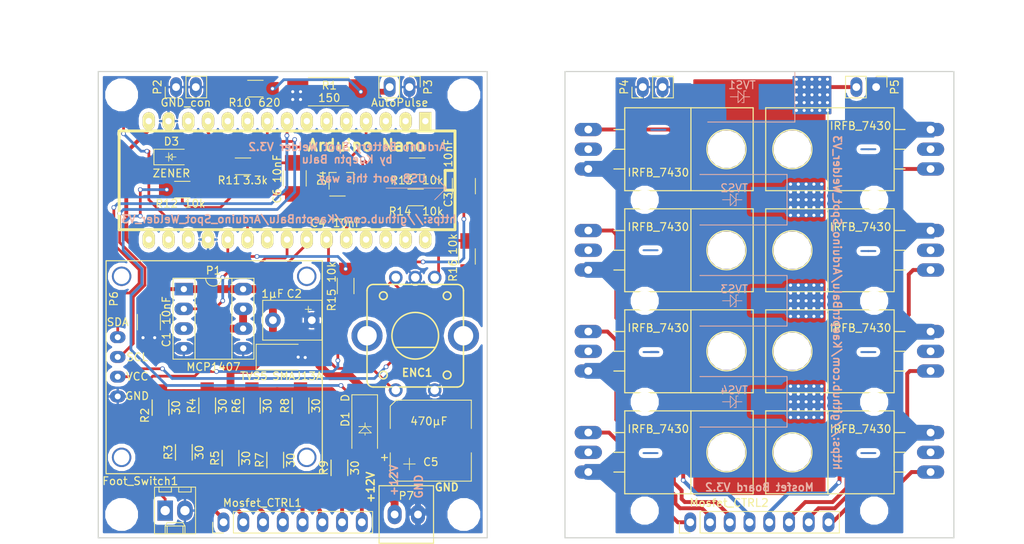
<source format=kicad_pcb>
(kicad_pcb (version 4) (host pcbnew 4.0.4-stable)
  (layers (0 F.Cu signal) (31 B.Cu signal) (34 B.Paste user) (35 F.Paste user hide) (36 B.SilkS user) (37 F.SilkS user) (38 B.Mask user) (39 F.Mask user) (44 Edge.Cuts user))
  (net 0 "")
  (net 1 /Vin)
  (net 2 GND)
  (net 3 +12V)
  (net 4 /D8)
  (net 5 /D7)
  (net 6 /D6)
  (net 7 +5V)
  (net 8 "Net-(Mosfet_CTRL1-Pad1)")
  (net 9 "Net-(Mosfet_CTRL1-Pad2)")
  (net 10 "Net-(Mosfet_CTRL1-Pad3)")
  (net 11 "Net-(Mosfet_CTRL1-Pad4)")
  (net 12 "Net-(Mosfet_CTRL1-Pad5)")
  (net 13 "Net-(Mosfet_CTRL1-Pad6)")
  (net 14 "Net-(Mosfet_CTRL1-Pad7)")
  (net 15 "Net-(Mosfet_CTRL1-Pad8)")
  (net 16 /D5)
  (net 17 "Net-(P1-Pad6)")
  (net 18 "Net-(P1-Pad3)")
  (net 19 "Net-(U1-Pad2)")
  (net 20 "Net-(U1-Pad3)")
  (net 21 "Net-(U1-Pad5)")
  (net 22 "Net-(U1-Pad6)")
  (net 23 "Net-(U1-Pad7)")
  (net 24 "Net-(U1-Pad10)")
  (net 25 "Net-(U1-Pad13)")
  (net 26 "Net-(U1-Pad16)")
  (net 27 "Net-(U1-Pad17)")
  (net 28 "Net-(U1-Pad18)")
  (net 29 /battery_minus)
  (net 30 /Probe)
  (net 31 /D3)
  (net 32 "Net-(P3-Pad2)")
  (net 33 /SCL)
  (net 34 /SDA)
  (net 35 "Net-(U1-Pad1)")
  (net 36 "Net-(U1-Pad11)")
  (net 37 "Net-(U1-Pad27)")
  (net 38 "Net-(U1-Pad28)")
  (net 39 "Net-(U1-Pad29)")
  (net 40 "Net-(U1-Pad30)")
  (net 41 "Net-(ENC1-PadA)")
  (net 42 "Net-(ENC1-PadB)")
  (net 43 /A0)
  (net 44 "Net-(U1-Pad22)")
  (net 45 /D2)
  (net 46 "Net-(Mosfet_CTRL2-Pad1)")
  (net 47 "Net-(Mosfet_CTRL2-Pad2)")
  (net 48 "Net-(Mosfet_CTRL2-Pad3)")
  (net 49 "Net-(Mosfet_CTRL2-Pad4)")
  (net 50 "Net-(Mosfet_CTRL2-Pad5)")
  (net 51 "Net-(Mosfet_CTRL2-Pad6)")
  (net 52 "Net-(Mosfet_CTRL2-Pad7)")
  (net 53 "Net-(Mosfet_CTRL2-Pad8)")
  (module pots_own:TO-220__long_Neutral123_Horizontal_LargePads (layer F.Cu) (at 176 80 90)
    (fp_text reference Q4 hide)
    (fp_text value IRFB_7430 (at 3 -8 180) (layer F.SilkS))
    (pad 2 thru_hole oval (at 0 1 180) (size 3.50012 1.69926) (drill 1.00076) (layers *.Cu *.Mask) (net 30 /Probe))
    (pad 1 thru_hole oval (at -2.54 1 180) (size 3.50012 1.69926) (drill 1.00076) (layers *.Cu *.Mask) (net 50 "Net-(Mosfet_CTRL2-Pad5)"))
    (pad 3 thru_hole oval (at 2.54 1 180) (size 3.50012 1.69926) (drill 1.00076) (layers *.Cu *.Mask) (net 29 /battery_minus))
    (pad "" np_thru_hole circle (at 0 -16.764 180) (size 3.79984 3.79984) (drill 3.79984) (layers *.Cu *.Mask))
  )
  (module pots_own:TO-220__long_Neutral123_Horizontal_LargePads (layer F.Cu) (at 134 93 270)
    (fp_text reference Q6 hide)
    (fp_text value IRFB_7430 (at -3 -8 360) (layer F.SilkS))
    (pad 2 thru_hole oval (at 0 1) (size 3.50012 1.69926) (drill 1.00076) (layers *.Cu *.Mask) (net 30 /Probe))
    (pad 1 thru_hole oval (at -2.54 1) (size 3.50012 1.69926) (drill 1.00076) (layers *.Cu *.Mask) (net 48 "Net-(Mosfet_CTRL2-Pad3)"))
    (pad 3 thru_hole oval (at 2.54 1) (size 3.50012 1.69926) (drill 1.00076) (layers *.Cu *.Mask) (net 29 /battery_minus))
    (pad "" np_thru_hole circle (at 0 -16.764) (size 3.79984 3.79984) (drill 3.79984) (layers *.Cu *.Mask))
  )
  (module pots_own:TO-220__long_Neutral123_Horizontal_LargePads (layer F.Cu) (at 176 93 90)
    (fp_text reference Q3 hide)
    (fp_text value IRFB_7430 (at 3 -8 180) (layer F.SilkS))
    (pad 2 thru_hole oval (at 0 1 180) (size 3.50012 1.69926) (drill 1.00076) (layers *.Cu *.Mask) (net 30 /Probe))
    (pad 1 thru_hole oval (at -2.54 1 180) (size 3.50012 1.69926) (drill 1.00076) (layers *.Cu *.Mask) (net 51 "Net-(Mosfet_CTRL2-Pad6)"))
    (pad 3 thru_hole oval (at 2.54 1 180) (size 3.50012 1.69926) (drill 1.00076) (layers *.Cu *.Mask) (net 29 /battery_minus))
    (pad "" np_thru_hole circle (at 0 -16.764 180) (size 3.79984 3.79984) (drill 3.79984) (layers *.Cu *.Mask))
  )
  (module arduino:arduino_mini (layer F.Cu) (at 93 84 180)
    (fp_text reference U1 hide)
    (fp_text value arduino_nano hide)
    (pad 1 thru_hole rect (at -19.05 7.62 180) (size 1.5748 2.286) (drill 0.8128) (layers *.Cu *.Mask F.SilkS) (net 35 "Net-(U1-Pad1)"))
    (pad 2 thru_hole oval (at -16.51 7.62 180) (size 1.5748 2.286) (drill 0.8128) (layers *.Cu *.Mask F.SilkS) (net 19 "Net-(U1-Pad2)"))
    (pad 3 thru_hole oval (at -13.97 7.62 180) (size 1.5748 2.286) (drill 0.8128) (layers *.Cu *.Mask F.SilkS) (net 20 "Net-(U1-Pad3)"))
    (pad 4 thru_hole oval (at -11.43 7.62 180) (size 1.5748 2.286) (drill 0.8128) (layers *.Cu *.Mask F.SilkS) (net 43 /A0))
    (pad 5 thru_hole oval (at -8.89 7.62 180) (size 1.5748 2.286) (drill 0.8128) (layers *.Cu *.Mask F.SilkS) (net 21 "Net-(U1-Pad5)"))
    (pad 6 thru_hole oval (at -6.35 7.62 180) (size 1.5748 2.286) (drill 0.8128) (layers *.Cu *.Mask F.SilkS) (net 22 "Net-(U1-Pad6)"))
    (pad 7 thru_hole oval (at -3.81 7.62 180) (size 1.5748 2.286) (drill 0.8128) (layers *.Cu *.Mask F.SilkS) (net 23 "Net-(U1-Pad7)"))
    (pad 8 thru_hole oval (at -1.27 7.62 180) (size 1.5748 2.286) (drill 0.8128) (layers *.Cu *.Mask F.SilkS) (net 34 /SDA))
    (pad 9 thru_hole oval (at 1.27 7.62 180) (size 1.5748 2.286) (drill 0.8128) (layers *.Cu *.Mask F.SilkS) (net 33 /SCL))
    (pad 10 thru_hole oval (at 3.81 7.62 180) (size 1.5748 2.286) (drill 0.8128) (layers *.Cu *.Mask F.SilkS) (net 24 "Net-(U1-Pad10)"))
    (pad 11 thru_hole oval (at 6.35 7.62 180) (size 1.5748 2.286) (drill 0.8128) (layers *.Cu *.Mask F.SilkS) (net 36 "Net-(U1-Pad11)"))
    (pad 12 thru_hole oval (at 8.89 7.62 180) (size 1.5748 2.286) (drill 0.8128) (layers *.Cu *.Mask F.SilkS) (net 7 +5V))
    (pad 13 thru_hole oval (at 11.43 7.62 180) (size 1.5748 2.286) (drill 0.8128) (layers *.Cu *.Mask F.SilkS) (net 25 "Net-(U1-Pad13)"))
    (pad 14 thru_hole oval (at 13.97 7.62 180) (size 1.5748 2.286) (drill 0.8128) (layers *.Cu *.Mask F.SilkS) (net 2 GND))
    (pad 15 thru_hole oval (at 16.51 7.62 180) (size 1.5748 2.286) (drill 0.8128) (layers *.Cu *.Mask F.SilkS) (net 1 /Vin))
    (pad 16 thru_hole oval (at 16.51 -7.62 180) (size 1.5748 2.286) (drill 0.8128) (layers *.Cu *.Mask F.SilkS) (net 26 "Net-(U1-Pad16)"))
    (pad 17 thru_hole oval (at 13.97 -7.62 180) (size 1.5748 2.286) (drill 0.8128) (layers *.Cu *.Mask F.SilkS) (net 27 "Net-(U1-Pad17)"))
    (pad 18 thru_hole oval (at 11.43 -7.62 180) (size 1.5748 2.286) (drill 0.8128) (layers *.Cu *.Mask F.SilkS) (net 28 "Net-(U1-Pad18)"))
    (pad 19 thru_hole oval (at 8.89 -7.62 180) (size 1.5748 2.286) (drill 0.8128) (layers *.Cu *.Mask F.SilkS) (net 2 GND))
    (pad 20 thru_hole oval (at 6.35 -7.62 180) (size 1.5748 2.286) (drill 0.8128) (layers *.Cu *.Mask F.SilkS) (net 45 /D2))
    (pad 21 thru_hole oval (at 3.81 -7.62 180) (size 1.5748 2.286) (drill 0.8128) (layers *.Cu *.Mask F.SilkS) (net 31 /D3))
    (pad 22 thru_hole oval (at 1.27 -7.62 180) (size 1.5748 2.286) (drill 0.8128) (layers *.Cu *.Mask F.SilkS) (net 44 "Net-(U1-Pad22)"))
    (pad 23 thru_hole oval (at -1.27 -7.62 180) (size 1.5748 2.286) (drill 0.8128) (layers *.Cu *.Mask F.SilkS) (net 16 /D5))
    (pad 24 thru_hole oval (at -3.81 -7.62 180) (size 1.5748 2.286) (drill 0.8128) (layers *.Cu *.Mask F.SilkS) (net 6 /D6))
    (pad 25 thru_hole oval (at -6.35 -7.62 180) (size 1.5748 2.286) (drill 0.8128) (layers *.Cu *.Mask F.SilkS) (net 5 /D7))
    (pad 26 thru_hole oval (at -8.89 -7.62 180) (size 1.5748 2.286) (drill 0.8128) (layers *.Cu *.Mask F.SilkS) (net 4 /D8))
    (pad 27 thru_hole oval (at -11.43 -7.62 180) (size 1.5748 2.286) (drill 0.8128) (layers *.Cu *.Mask F.SilkS) (net 37 "Net-(U1-Pad27)"))
    (pad 28 thru_hole oval (at -13.97 -7.62 180) (size 1.5748 2.286) (drill 0.8128) (layers *.Cu *.Mask F.SilkS) (net 38 "Net-(U1-Pad28)"))
    (pad 29 thru_hole oval (at -16.51 -7.62 180) (size 1.5748 2.286) (drill 0.8128) (layers *.Cu *.Mask F.SilkS) (net 39 "Net-(U1-Pad29)"))
    (pad 30 thru_hole oval (at -19.05 -7.62 180) (size 1.5748 2.286) (drill 0.8128) (layers *.Cu *.Mask F.SilkS) (net 40 "Net-(U1-Pad30)"))
  )
  (module OLED_SSD1306:OLED_SSD1306_128x64 (layer F.Cu) (at 72.5 108 90)
    (fp_text reference P6 (at 8.75 -0.5 90) (layer F.SilkS))
    (fp_text value OLED_Display hide)
    (fp_text user SDA (at 5.75 0 180) (layer F.SilkS))
    (fp_text user SCL (at 1.25 2.5 180) (layer F.SilkS))
    (fp_text user GND (at -3.75 2.5 180) (layer F.SilkS))
    (fp_text user VCC (at -1.25 2.5 180) (layer F.SilkS))
    (pad 1 thru_hole oval (at -3.81 0 90) (size 1.524 2) (drill 0.762) (layers *.Cu *.Mask) (net 2 GND))
    (pad 2 thru_hole oval (at -1.27 0 90) (size 1.524 2) (drill 0.762) (layers *.Cu *.Mask) (net 7 +5V))
    (pad 3 thru_hole oval (at 1.27 0 90) (size 1.524 2) (drill 0.762) (layers *.Cu *.Mask) (net 33 /SCL))
    (pad 4 thru_hole oval (at 3.81 0 90) (size 1.524 2) (drill 0.762) (layers *.Cu *.Mask) (net 34 /SDA))
    (pad "" thru_hole circle (at -11.65 24.3 90) (size 2.5 2.5) (drill 2) (layers *.Cu *.Mask))
    (pad "" thru_hole circle (at -11.65 0.5 90) (size 2.5 2.5) (drill 2) (layers *.Cu *.Mask))
    (pad "" thru_hole circle (at 11.65 0.5 90) (size 2.5 2.5) (drill 2) (layers *.Cu *.Mask))
    (pad "" thru_hole circle (at 11.65 24.3 90) (size 2.5 2.5) (drill 2) (layers *.Cu *.Mask))
  )
  (module pots_own:TO-220__long_Neutral123_Horizontal_LargePads (layer F.Cu) (at 134 80 270)
    (fp_text reference Q5 hide)
    (fp_text value IRFB_7430 (at 3 -8 360) (layer F.SilkS))
    (pad 2 thru_hole oval (at 0 1) (size 3.50012 1.69926) (drill 1.00076) (layers *.Cu *.Mask) (net 30 /Probe))
    (pad 1 thru_hole oval (at -2.54 1) (size 3.50012 1.69926) (drill 1.00076) (layers *.Cu *.Mask) (net 49 "Net-(Mosfet_CTRL2-Pad4)"))
    (pad 3 thru_hole oval (at 2.54 1) (size 3.50012 1.69926) (drill 1.00076) (layers *.Cu *.Mask) (net 29 /battery_minus))
    (pad "" np_thru_hole circle (at 0 -16.764) (size 3.79984 3.79984) (drill 3.79984) (layers *.Cu *.Mask))
  )
  (module Mounting_Holes:MountingHole_2.5mm (layer F.Cu) (at 169.75 86.5)
    (fp_text reference REF** hide)
    (fp_text value 2.6mm)
    (pad "" np_thru_hole circle (at 0 0) (size 2.6 2.6) (drill 2.6) (layers *.Cu *.Mask))
  )
  (module Mounting_Holes:MountingHole_2.5mm (layer F.Cu) (at 169.75 99.5)
    (fp_text reference REF** hide)
    (fp_text value 2.6mm)
    (pad "" np_thru_hole circle (at 0 0) (size 2.6 2.6) (drill 2.6) (layers *.Cu *.Mask))
  )
  (module Mounting_Holes:MountingHole_2.5mm (layer F.Cu) (at 169.75 112.5)
    (fp_text reference REF** hide)
    (fp_text value 2.6mm)
    (pad "" np_thru_hole circle (at 0 0) (size 2.6 2.6) (drill 2.6) (layers *.Cu *.Mask))
  )
  (module Mounting_Holes:MountingHole_2.5mm (layer F.Cu) (at 169.75 126.5)
    (fp_text reference REF** hide)
    (fp_text value 2.6mm)
    (pad "" np_thru_hole circle (at 0 0) (size 2.6 2.6) (drill 2.6) (layers *.Cu *.Mask))
  )
  (module Mounting_Holes:MountingHole_2.5mm (layer F.Cu) (at 140.25 126.5)
    (fp_text reference REF** hide)
    (fp_text value 2.6mm)
    (pad "" np_thru_hole circle (at 0 0) (size 2.6 2.6) (drill 2.6) (layers *.Cu *.Mask))
  )
  (module Mounting_Holes:MountingHole_2.5mm (layer F.Cu) (at 140.25 112.5)
    (fp_text reference REF** hide)
    (fp_text value 2.6mm)
    (pad "" np_thru_hole circle (at 0 0) (size 2.6 2.6) (drill 2.6) (layers *.Cu *.Mask))
  )
  (module Mounting_Holes:MountingHole_2.5mm (layer F.Cu) (at 140.25 99.5)
    (fp_text reference REF** hide)
    (fp_text value 2.6mm)
    (pad "" np_thru_hole circle (at 0 0) (size 2.6 2.6) (drill 2.6) (layers *.Cu *.Mask))
  )
  (module Mounting_Holes:MountingHole_3.2mm_M3 (layer F.Cu) (at 133 127)
    (fp_text reference REF** hide)
    (fp_text value 3.2mm hide)
    (pad 1 np_thru_hole circle (at 0 0) (size 3.2 3.2) (drill 3.2) (layers *.Cu *.Mask))
  )
  (module Mounting_Holes:MountingHole_3.2mm_M3 (layer F.Cu) (at 177 127)
    (fp_text reference REF** hide)
    (fp_text value 3.2mm hide)
    (pad 1 np_thru_hole circle (at 0 0) (size 3.2 3.2) (drill 3.2) (layers *.Cu *.Mask))
  )
  (module Mounting_Holes:MountingHole_3.2mm_M3 (layer F.Cu) (at 177 73)
    (fp_text reference REF** hide)
    (fp_text value 3.2mm hide)
    (pad 1 np_thru_hole circle (at 0 0) (size 3.2 3.2) (drill 3.2) (layers *.Cu *.Mask))
  )
  (module Capacitors_ThroughHole:C_Disc_D7.5mm_W5.0mm_P5.00mm (layer F.Cu) (at 92.45 102)
    (fp_text reference C2 (at 2.75 -3.4) (layer F.SilkS))
    (fp_text value 1µF (at -0.05 -3.4) (layer F.SilkS))
    (pad 1 thru_hole circle (at 0 0) (size 2 2) (drill 1) (layers *.Cu *.Mask) (net 1 /Vin))
    (pad 2 thru_hole circle (at 5 0) (size 2 2) (drill 1) (layers *.Cu *.Mask) (net 2 GND))
  )
  (module Housings_DIP:DIP-8_W7.62mm_Socket_LongPads (layer F.Cu) (at 81 98)
    (fp_text reference P1 (at 3.81 -2.39) (layer F.SilkS))
    (fp_text value MCP1407 (at 3.81 10.01) (layer F.SilkS))
    (pad 1 thru_hole rect (at 0 0) (size 2.4 1.6) (drill 0.8) (layers *.Cu *.Mask) (net 1 /Vin))
    (pad 5 thru_hole oval (at 7.62 7.62) (size 2.4 1.6) (drill 0.8) (layers *.Cu *.Mask) (net 2 GND))
    (pad 2 thru_hole oval (at 0 2.54) (size 2.4 1.6) (drill 0.8) (layers *.Cu *.Mask) (net 16 /D5))
    (pad 6 thru_hole oval (at 7.62 5.08) (size 2.4 1.6) (drill 0.8) (layers *.Cu *.Mask) (net 17 "Net-(P1-Pad6)"))
    (pad 3 thru_hole oval (at 0 5.08) (size 2.4 1.6) (drill 0.8) (layers *.Cu *.Mask) (net 18 "Net-(P1-Pad3)"))
    (pad 7 thru_hole oval (at 7.62 2.54) (size 2.4 1.6) (drill 0.8) (layers *.Cu *.Mask) (net 17 "Net-(P1-Pad6)"))
    (pad 4 thru_hole oval (at 0 7.62) (size 2.4 1.6) (drill 0.8) (layers *.Cu *.Mask) (net 2 GND))
    (pad 8 thru_hole oval (at 7.62 0) (size 2.4 1.6) (drill 0.8) (layers *.Cu *.Mask) (net 1 /Vin))
  )
  (module Pin_Headers:Pin_Header_Straight_1x02_Pitch2.54mm (layer F.Cu) (at 80 72 90)
    (fp_text reference P2 (at 0 -2.39 90) (layer F.SilkS))
    (fp_text value GND_con (at -2 1.25 180) (layer F.SilkS))
    (pad 1 thru_hole oval (at 0 0 90) (size 2.52 1.52) (drill 1) (layers *.Cu *.Mask) (net 2 GND))
    (pad 2 thru_hole oval (at 0 2.54 90) (size 2.52 1.52) (drill 1) (layers *.Cu *.Mask) (net 2 GND))
  )
  (module Pin_Headers:Pin_Header_Straight_1x02_Pitch2.54mm (layer F.Cu) (at 110 72 270)
    (fp_text reference P3 (at 0 -2.39 270) (layer F.SilkS))
    (fp_text value AutoPulse (at 2 1.25 360) (layer F.SilkS))
    (pad 1 thru_hole oval (at 0 0 270) (size 2.52 1.52) (drill 1) (layers *.Cu *.Mask) (net 2 GND))
    (pad 2 thru_hole oval (at 0 2.54 270) (size 2.52 1.52) (drill 1) (layers *.Cu *.Mask) (net 32 "Net-(P3-Pad2)"))
  )
  (module Resistors_SMD:R_1206_HandSoldering (layer F.Cu) (at 78 113.25 90)
    (fp_text reference R2 (at -1 -2 90) (layer F.SilkS))
    (fp_text value 30 (at 0 2 90) (layer F.SilkS))
    (pad 1 smd rect (at -2 0 90) (size 2 1.7) (layers F.Cu F.Paste F.Mask) (net 8 "Net-(Mosfet_CTRL1-Pad1)"))
    (pad 2 smd rect (at 2 0 90) (size 2 1.7) (layers F.Cu F.Paste F.Mask) (net 17 "Net-(P1-Pad6)"))
  )
  (module Resistors_SMD:R_1206_HandSoldering (layer F.Cu) (at 81 119 90)
    (fp_text reference R3 (at 0 -2 90) (layer F.SilkS))
    (fp_text value 30 (at 0 2 90) (layer F.SilkS))
    (pad 1 smd rect (at -2 0 90) (size 2 1.7) (layers F.Cu F.Paste F.Mask) (net 9 "Net-(Mosfet_CTRL1-Pad2)"))
    (pad 2 smd rect (at 2 0 90) (size 2 1.7) (layers F.Cu F.Paste F.Mask) (net 17 "Net-(P1-Pad6)"))
  )
  (module Resistors_SMD:R_1206_HandSoldering (layer F.Cu) (at 84 113 90)
    (fp_text reference R4 (at 0 -2 90) (layer F.SilkS))
    (fp_text value 30 (at 0 2 90) (layer F.SilkS))
    (pad 1 smd rect (at -2 0 90) (size 2 1.7) (layers F.Cu F.Paste F.Mask) (net 10 "Net-(Mosfet_CTRL1-Pad3)"))
    (pad 2 smd rect (at 2 0 90) (size 2 1.7) (layers F.Cu F.Paste F.Mask) (net 17 "Net-(P1-Pad6)"))
  )
  (module Resistors_SMD:R_1206_HandSoldering (layer F.Cu) (at 87 119.75 90)
    (fp_text reference R5 (at 0 -2 90) (layer F.SilkS))
    (fp_text value 30 (at 0 2 90) (layer F.SilkS))
    (pad 1 smd rect (at -2 0 90) (size 2 1.7) (layers F.Cu F.Paste F.Mask) (net 11 "Net-(Mosfet_CTRL1-Pad4)"))
    (pad 2 smd rect (at 2 0 90) (size 2 1.7) (layers F.Cu F.Paste F.Mask) (net 17 "Net-(P1-Pad6)"))
  )
  (module Resistors_SMD:R_1206_HandSoldering (layer F.Cu) (at 89.75 113 90)
    (fp_text reference R6 (at 0 -2 90) (layer F.SilkS))
    (fp_text value 30 (at 0 2 90) (layer F.SilkS))
    (pad 1 smd rect (at -2 0 90) (size 2 1.7) (layers F.Cu F.Paste F.Mask) (net 12 "Net-(Mosfet_CTRL1-Pad5)"))
    (pad 2 smd rect (at 2 0 90) (size 2 1.7) (layers F.Cu F.Paste F.Mask) (net 17 "Net-(P1-Pad6)"))
  )
  (module Resistors_SMD:R_1206_HandSoldering (layer F.Cu) (at 92.75 120 90)
    (fp_text reference R7 (at 0 -2 90) (layer F.SilkS))
    (fp_text value 30 (at 0 2 90) (layer F.SilkS))
    (pad 1 smd rect (at -2 0 90) (size 2 1.7) (layers F.Cu F.Paste F.Mask) (net 13 "Net-(Mosfet_CTRL1-Pad6)"))
    (pad 2 smd rect (at 2 0 90) (size 2 1.7) (layers F.Cu F.Paste F.Mask) (net 17 "Net-(P1-Pad6)"))
  )
  (module Resistors_SMD:R_1206_HandSoldering (layer F.Cu) (at 96 113 90)
    (fp_text reference R8 (at 0 -2 90) (layer F.SilkS))
    (fp_text value 30 (at 0 2 90) (layer F.SilkS))
    (pad 1 smd rect (at -2 0 90) (size 2 1.7) (layers F.Cu F.Paste F.Mask) (net 14 "Net-(Mosfet_CTRL1-Pad7)"))
    (pad 2 smd rect (at 2 0 90) (size 2 1.7) (layers F.Cu F.Paste F.Mask) (net 17 "Net-(P1-Pad6)"))
  )
  (module Resistors_SMD:R_1206_HandSoldering (layer F.Cu) (at 101 121 90)
    (fp_text reference R9 (at 0 -2 90) (layer F.SilkS))
    (fp_text value 30 (at 0 2 90) (layer F.SilkS))
    (pad 1 smd rect (at -2 0 90) (size 2 1.7) (layers F.Cu F.Paste F.Mask) (net 15 "Net-(Mosfet_CTRL1-Pad8)"))
    (pad 2 smd rect (at 2 0 90) (size 2 1.7) (layers F.Cu F.Paste F.Mask) (net 17 "Net-(P1-Pad6)"))
  )
  (module Mounting_Holes:MountingHole_3.2mm_M3 (layer F.Cu) (at 73 73)
    (fp_text reference REF** hide)
    (fp_text value 3.2mm hide)
    (pad 1 np_thru_hole circle (at 0 0) (size 3.2 3.2) (drill 3.2) (layers *.Cu *.Mask))
  )
  (module Mounting_Holes:MountingHole_3.2mm_M3 (layer F.Cu) (at 117 73)
    (fp_text reference REF** hide)
    (fp_text value 3.2mm hide)
    (pad 1 np_thru_hole circle (at 0 0) (size 3.2 3.2) (drill 3.2) (layers *.Cu *.Mask))
  )
  (module Mounting_Holes:MountingHole_3.2mm_M3 (layer F.Cu) (at 73 127)
    (fp_text reference REF** hide)
    (fp_text value 3.2mm hide)
    (pad 1 np_thru_hole circle (at 0 0) (size 3.2 3.2) (drill 3.2) (layers *.Cu *.Mask))
  )
  (module Mounting_Holes:MountingHole_3.2mm_M3 (layer F.Cu) (at 117 127)
    (fp_text reference REF** hide)
    (fp_text value 3.2mm hide)
    (pad 1 np_thru_hole circle (at 0 0) (size 3.2 3.2) (drill 3.2) (layers *.Cu *.Mask))
  )
  (module Pin_Headers:Pin_Header_Straight_1x02_Pitch2.54mm (layer F.Cu) (at 140 72 90)
    (fp_text reference P4 (at 0 -2.39 90) (layer F.SilkS))
    (fp_text value GND_con hide)
    (pad 1 thru_hole oval (at 0 0 90) (size 2.52 1.52) (drill 1) (layers *.Cu *.Mask) (net 29 /battery_minus))
    (pad 2 thru_hole oval (at 0 2.54 90) (size 2.52 1.52) (drill 1) (layers *.Cu *.Mask) (net 29 /battery_minus))
  )
  (module Pin_Headers:Pin_Header_Straight_1x02_Pitch2.54mm (layer F.Cu) (at 170 72 270)
    (fp_text reference P5 (at 0 -2.39 270) (layer F.SilkS))
    (fp_text value AutoPulse hide)
    (pad 1 thru_hole oval (at 0 0 270) (size 2.52 1.52) (drill 1) (layers *.Cu *.Mask) (net 29 /battery_minus))
    (pad 2 thru_hole oval (at 0 2.54 270) (size 2.52 1.52) (drill 1) (layers *.Cu *.Mask) (net 30 /Probe))
  )
  (module Mounting_Holes:MountingHole_3.2mm_M3 (layer F.Cu) (at 133 73)
    (fp_text reference REF** hide)
    (fp_text value 3.2mm hide)
    (pad 1 np_thru_hole circle (at 0 0) (size 3.2 3.2) (drill 3.2) (layers *.Cu *.Mask))
  )
  (module Mounting_Holes:MountingHole_2.5mm (layer F.Cu) (at 140.25 86.5)
    (fp_text reference REF** hide)
    (fp_text value 2.6mm)
    (pad "" np_thru_hole circle (at 0 0) (size 2.6 2.6) (drill 2.6) (layers *.Cu *.Mask))
  )
  (module pots_own:TO-220__long_Neutral123_Horizontal_LargePads (layer F.Cu) (at 176 119 90)
    (fp_text reference Q1 hide)
    (fp_text value IRFB_7430 (at 3 -8 180) (layer F.SilkS))
    (pad 2 thru_hole oval (at 0 1 180) (size 3.50012 1.69926) (drill 1.00076) (layers *.Cu *.Mask) (net 30 /Probe))
    (pad 1 thru_hole oval (at -2.54 1 180) (size 3.50012 1.69926) (drill 1.00076) (layers *.Cu *.Mask) (net 53 "Net-(Mosfet_CTRL2-Pad8)"))
    (pad 3 thru_hole oval (at 2.54 1 180) (size 3.50012 1.69926) (drill 1.00076) (layers *.Cu *.Mask) (net 29 /battery_minus))
    (pad "" np_thru_hole circle (at 0 -16.764 180) (size 3.79984 3.79984) (drill 3.79984) (layers *.Cu *.Mask))
  )
  (module pots_own:TO-220__long_Neutral123_Horizontal_LargePads (layer F.Cu) (at 176 106 90)
    (fp_text reference Q2 hide)
    (fp_text value IRFB_7430 (at 3 -8 180) (layer F.SilkS))
    (pad 2 thru_hole oval (at 0 1 180) (size 3.50012 1.69926) (drill 1.00076) (layers *.Cu *.Mask) (net 30 /Probe))
    (pad 1 thru_hole oval (at -2.54 1 180) (size 3.50012 1.69926) (drill 1.00076) (layers *.Cu *.Mask) (net 52 "Net-(Mosfet_CTRL2-Pad7)"))
    (pad 3 thru_hole oval (at 2.54 1 180) (size 3.50012 1.69926) (drill 1.00076) (layers *.Cu *.Mask) (net 29 /battery_minus))
    (pad "" np_thru_hole circle (at 0 -16.764 180) (size 3.79984 3.79984) (drill 3.79984) (layers *.Cu *.Mask))
  )
  (module pots_own:TO-220__long_Neutral123_Horizontal_LargePads (layer F.Cu) (at 134 106 270)
    (fp_text reference Q7 hide)
    (fp_text value IRFB_7430 (at -3 -8 360) (layer F.SilkS))
    (pad 2 thru_hole oval (at 0 1) (size 3.50012 1.69926) (drill 1.00076) (layers *.Cu *.Mask) (net 30 /Probe))
    (pad 1 thru_hole oval (at -2.54 1) (size 3.50012 1.69926) (drill 1.00076) (layers *.Cu *.Mask) (net 47 "Net-(Mosfet_CTRL2-Pad2)"))
    (pad 3 thru_hole oval (at 2.54 1) (size 3.50012 1.69926) (drill 1.00076) (layers *.Cu *.Mask) (net 29 /battery_minus))
    (pad "" np_thru_hole circle (at 0 -16.764) (size 3.79984 3.79984) (drill 3.79984) (layers *.Cu *.Mask))
  )
  (module pots_own:TO-220__long_Neutral123_Horizontal_LargePads (layer F.Cu) (at 134 119 270)
    (fp_text reference Q8 hide)
    (fp_text value IRFB_7430 (at -3 -8 360) (layer F.SilkS))
    (pad 2 thru_hole oval (at 0 1) (size 3.50012 1.69926) (drill 1.00076) (layers *.Cu *.Mask) (net 30 /Probe))
    (pad 1 thru_hole oval (at -2.54 1) (size 3.50012 1.69926) (drill 1.00076) (layers *.Cu *.Mask) (net 46 "Net-(Mosfet_CTRL2-Pad1)"))
    (pad 3 thru_hole oval (at 2.54 1) (size 3.50012 1.69926) (drill 1.00076) (layers *.Cu *.Mask) (net 29 /battery_minus))
    (pad "" np_thru_hole circle (at 0 -16.764) (size 3.79984 3.79984) (drill 3.79984) (layers *.Cu *.Mask))
  )
  (module pots_own:Pin_Header_Straight_1x08_Pitch2.54mm_Large_Pads (layer F.Cu) (at 86.1 128 90)
    (fp_text reference Mosfet_CTRL1 (at 2.5 5 180) (layer F.SilkS))
    (fp_text value CONN_01X08)
    (pad 1 thru_hole oval (at 0 0 90) (size 2.52 1.52) (drill 1) (layers *.Cu *.Mask) (net 8 "Net-(Mosfet_CTRL1-Pad1)"))
    (pad 2 thru_hole oval (at 0 2.54 90) (size 2.52 1.52) (drill 1) (layers *.Cu *.Mask) (net 9 "Net-(Mosfet_CTRL1-Pad2)"))
    (pad 3 thru_hole oval (at 0 5.08 90) (size 2.52 1.52) (drill 1) (layers *.Cu *.Mask) (net 10 "Net-(Mosfet_CTRL1-Pad3)"))
    (pad 4 thru_hole oval (at 0 7.62 90) (size 2.52 1.52) (drill 1) (layers *.Cu *.Mask) (net 11 "Net-(Mosfet_CTRL1-Pad4)"))
    (pad 5 thru_hole oval (at 0 10.16 90) (size 2.52 1.52) (drill 1) (layers *.Cu *.Mask) (net 12 "Net-(Mosfet_CTRL1-Pad5)"))
    (pad 6 thru_hole oval (at 0 12.7 90) (size 2.52 1.52) (drill 1) (layers *.Cu *.Mask) (net 13 "Net-(Mosfet_CTRL1-Pad6)"))
    (pad 7 thru_hole oval (at 0 15.24 90) (size 2.52 1.52) (drill 1) (layers *.Cu *.Mask) (net 14 "Net-(Mosfet_CTRL1-Pad7)"))
    (pad 8 thru_hole oval (at 0 17.78 90) (size 2.52 1.52) (drill 1) (layers *.Cu *.Mask) (net 15 "Net-(Mosfet_CTRL1-Pad8)"))
  )
  (module pots_own:Pin_Header_Straight_1x08_Pitch2.54mm_Large_Pads (layer F.Cu) (at 146.1 128 90)
    (fp_text reference Mosfet_CTRL2 (at 2.5 5 180) (layer F.SilkS))
    (fp_text value CONN_01X08)
    (pad 1 thru_hole oval (at 0 0 90) (size 2.52 1.52) (drill 1) (layers *.Cu *.Mask) (net 46 "Net-(Mosfet_CTRL2-Pad1)"))
    (pad 2 thru_hole oval (at 0 2.54 90) (size 2.52 1.52) (drill 1) (layers *.Cu *.Mask) (net 47 "Net-(Mosfet_CTRL2-Pad2)"))
    (pad 3 thru_hole oval (at 0 5.08 90) (size 2.52 1.52) (drill 1) (layers *.Cu *.Mask) (net 48 "Net-(Mosfet_CTRL2-Pad3)"))
    (pad 4 thru_hole oval (at 0 7.62 90) (size 2.52 1.52) (drill 1) (layers *.Cu *.Mask) (net 49 "Net-(Mosfet_CTRL2-Pad4)"))
    (pad 5 thru_hole oval (at 0 10.16 90) (size 2.52 1.52) (drill 1) (layers *.Cu *.Mask) (net 50 "Net-(Mosfet_CTRL2-Pad5)"))
    (pad 6 thru_hole oval (at 0 12.7 90) (size 2.52 1.52) (drill 1) (layers *.Cu *.Mask) (net 51 "Net-(Mosfet_CTRL2-Pad6)"))
    (pad 7 thru_hole oval (at 0 15.24 90) (size 2.52 1.52) (drill 1) (layers *.Cu *.Mask) (net 52 "Net-(Mosfet_CTRL2-Pad7)"))
    (pad 8 thru_hole oval (at 0 17.78 90) (size 2.52 1.52) (drill 1) (layers *.Cu *.Mask) (net 53 "Net-(Mosfet_CTRL2-Pad8)"))
  )
  (module Capacitors_SMD:C_1210_HandSoldering (layer F.Cu) (at 76.5 102.25 270)
    (fp_text reference C1 (at 2.25 -2.25 270) (layer F.SilkS))
    (fp_text value 10nF (at -1.5 -2.25 270) (layer F.SilkS))
    (pad 1 smd rect (at -2 0 270) (size 2 2.5) (layers F.Cu F.Paste F.Mask) (net 1 /Vin))
    (pad 2 smd rect (at 2 0 270) (size 2 2.5) (layers F.Cu F.Paste F.Mask) (net 2 GND))
  )
  (module Diodes_SMD:D_SMA_Handsoldering (layer F.Cu) (at 104.25 116 270)
    (fp_text reference D1 (at -1.25 2.5 270) (layer F.SilkS))
    (fp_text value D (at -4 2.5 270) (layer F.SilkS))
    (pad 1 smd rect (at -2.5 0 270) (size 3.5 1.8) (layers F.Cu F.Paste F.Mask) (net 1 /Vin))
    (pad 2 smd rect (at 2.5 0 270) (size 3.5 1.8) (layers F.Cu F.Paste F.Mask) (net 3 +12V))
  )
  (module Capacitors_SMD:C_1210_HandSoldering (layer F.Cu) (at 117 84.75 90)
    (fp_text reference C3 (at -1.75 -2 90) (layer F.SilkS))
    (fp_text value 10nF (at 4.25 -2 90) (layer F.SilkS))
    (pad 1 smd rect (at -2 0 90) (size 2 2.5) (layers F.Cu F.Paste F.Mask) (net 45 /D2))
    (pad 2 smd rect (at 2 0 90) (size 2 2.5) (layers F.Cu F.Paste F.Mask) (net 2 GND))
  )
  (module Capacitors_SMD:C_1210_HandSoldering (layer F.Cu) (at 100.75 87.5 180)
    (fp_text reference C4 (at 2.5 -2 180) (layer F.SilkS))
    (fp_text value 10nF (at -1.25 -2 180) (layer F.SilkS))
    (pad 1 smd rect (at -2 0 180) (size 2 2.5) (layers F.Cu F.Paste F.Mask) (net 4 /D8))
    (pad 2 smd rect (at 2 0 180) (size 2 2.5) (layers F.Cu F.Paste F.Mask) (net 2 GND))
  )
  (module Capacitors_SMD:CP_Elec_10x10 (layer F.Cu) (at 112.75 117.5)
    (fp_text reference C5 (at 0 2.75) (layer F.SilkS))
    (fp_text value 470µF (at -0.25 -2.5) (layer F.SilkS))
    (fp_text user + (at -5.95 2.1) (layer F.SilkS))
    (pad 1 smd rect (at -4 0 180) (size 4 2.5) (layers F.Cu F.Paste F.Mask) (net 1 /Vin))
    (pad 2 smd rect (at 4 0 180) (size 4 2.5) (layers F.Cu F.Paste F.Mask) (net 2 GND))
  )
  (module Capacitors_SMD:C_1210_HandSoldering (layer F.Cu) (at 95.25 83.75 90)
    (fp_text reference C6 (at -2.25 -2.25 90) (layer F.SilkS))
    (fp_text value 10nF (at 1.25 -2.25 90) (layer F.SilkS))
    (pad 1 smd rect (at -2 0 90) (size 2 2.5) (layers F.Cu F.Paste F.Mask) (net 2 GND))
    (pad 2 smd rect (at 2 0 90) (size 2 2.5) (layers F.Cu F.Paste F.Mask) (net 43 /A0))
  )
  (module TO_SOT_Packages_SMD:SOT-23 (layer F.Cu) (at 101.25 83.75 90)
    (fp_text reference D4 (at 0 -2.5 90) (layer F.SilkS))
    (fp_text value D_Schottky_BAV99)
    (pad 1 smd rect (at -1 -0.95 90) (size 0.9 0.8) (layers F.Cu F.Paste F.Mask) (net 2 GND))
    (pad 2 smd rect (at -1 0.95 90) (size 0.9 0.8) (layers F.Cu F.Paste F.Mask) (net 7 +5V))
    (pad 3 smd rect (at 1 0 90) (size 0.9 0.8) (layers F.Cu F.Paste F.Mask) (net 43 /A0))
  )
  (module Diodes_SMD:D_SMC_Handsoldering (layer B.Cu) (at 152.75 73.25 180)
    (fp_text reference TVS1 (at 0 1.5 180) (layer B.SilkS) (effects (justify mirror)))
    (fp_text value 5.0SMDJ13A)
    (pad 1 smd rect (at -4.4 0 90) (size 3.3 4.5) (layers B.Cu B.Paste B.Mask) (net 30 /Probe))
    (pad 2 smd rect (at 4.4 0 90) (size 3.3 4.5) (layers B.Cu B.Paste B.Mask) (net 29 /battery_minus))
  )
  (module Connectors_Molex:Molex_KK-6410-02_02x2.54mm_Straight (layer F.Cu) (at 78.6 126.5)
    (fp_text reference Foot_Switch1 (at -3.2 -3.8) (layer F.SilkS))
    (fp_text value CONN_01X02 hide)
    (pad 1 thru_hole rect (at 0 0) (size 2 2.6) (drill 1.2) (layers *.Cu *.Mask) (net 5 /D7))
    (pad 2 thru_hole oval (at 2.54 0) (size 2 2.6) (drill 1.2) (layers *.Cu *.Mask) (net 2 GND))
  )
  (module Resistors_SMD:R_2512_HandSoldering (layer F.Cu) (at 99.6 72.6 180)
    (fp_text reference R1 (at -0.1 0.8 180) (layer F.SilkS))
    (fp_text value 150 (at -0.1 -0.8 180) (layer F.SilkS))
    (pad 1 smd rect (at -3.95 0 180) (size 2.7 3.2) (layers F.Cu F.Paste F.Mask) (net 32 "Net-(P3-Pad2)"))
    (pad 2 smd rect (at 3.95 0 180) (size 2.7 3.2) (layers F.Cu F.Paste F.Mask) (net 2 GND))
  )
  (module Resistors_SMD:R_1206_HandSoldering (layer F.Cu) (at 90.2 72.2 180)
    (fp_text reference R10 (at 2 -1.8 180) (layer F.SilkS))
    (fp_text value 620 (at -1.8 -1.8 180) (layer F.SilkS))
    (pad 1 smd rect (at -2 0 180) (size 2 1.7) (layers F.Cu F.Paste F.Mask) (net 32 "Net-(P3-Pad2)"))
    (pad 2 smd rect (at 2 0 180) (size 2 1.7) (layers F.Cu F.Paste F.Mask) (net 31 /D3))
  )
  (module Resistors_SMD:R_1206_HandSoldering (layer F.Cu) (at 88.6 82.2)
    (fp_text reference R11 (at -1.8 1.8) (layer F.SilkS))
    (fp_text value 3.3k (at 1.6 1.8) (layer F.SilkS))
    (pad 1 smd rect (at -2 0) (size 2 1.7) (layers F.Cu F.Paste F.Mask) (net 2 GND))
    (pad 2 smd rect (at 2 0) (size 2 1.7) (layers F.Cu F.Paste F.Mask) (net 43 /A0))
  )
  (module Resistors_SMD:R_1206_HandSoldering (layer F.Cu) (at 80.8 85.2 180)
    (fp_text reference R12 (at 2 -1.8 180) (layer F.SilkS))
    (fp_text value 10k (at -1.6 -1.8 180) (layer F.SilkS))
    (pad 1 smd rect (at -2 0 180) (size 2 1.7) (layers F.Cu F.Paste F.Mask) (net 43 /A0))
    (pad 2 smd rect (at 2 0 180) (size 2 1.7) (layers F.Cu F.Paste F.Mask) (net 3 +12V))
  )
  (module Resistors_SMD:R_1206_HandSoldering (layer F.Cu) (at 111 82.2)
    (fp_text reference R13 (at -2 1.8) (layer F.SilkS))
    (fp_text value 10k (at 2 1.8) (layer F.SilkS))
    (pad 1 smd rect (at -2 0) (size 2 1.7) (layers F.Cu F.Paste F.Mask) (net 7 +5V))
    (pad 2 smd rect (at 2 0) (size 2 1.7) (layers F.Cu F.Paste F.Mask) (net 41 "Net-(ENC1-PadA)"))
  )
  (module Resistors_SMD:R_1206_HandSoldering (layer F.Cu) (at 110.8 86.2)
    (fp_text reference R14 (at -2 1.8) (layer F.SilkS))
    (fp_text value 10k (at 2.2 1.8) (layer F.SilkS))
    (pad 1 smd rect (at -2 0) (size 2 1.7) (layers F.Cu F.Paste F.Mask) (net 4 /D8))
    (pad 2 smd rect (at 2 0) (size 2 1.7) (layers F.Cu F.Paste F.Mask) (net 41 "Net-(ENC1-PadA)"))
  )
  (module Resistors_SMD:R_1206_HandSoldering (layer F.Cu) (at 101.8 97.6 270)
    (fp_text reference R15 (at 1.8 1.8 270) (layer F.SilkS))
    (fp_text value 10k (at -1.8 1.8 270) (layer F.SilkS))
    (pad 1 smd rect (at -2 0 270) (size 2 1.7) (layers F.Cu F.Paste F.Mask) (net 45 /D2))
    (pad 2 smd rect (at 2 0 270) (size 2 1.7) (layers F.Cu F.Paste F.Mask) (net 42 "Net-(ENC1-PadB)"))
  )
  (module Resistors_SMD:R_1206_HandSoldering (layer F.Cu) (at 117.4 93.8 90)
    (fp_text reference R16 (at -1.8 -1.8 90) (layer F.SilkS))
    (fp_text value 10k (at 1.6 -1.8 90) (layer F.SilkS))
    (pad 1 smd rect (at -2 0 90) (size 2 1.7) (layers F.Cu F.Paste F.Mask) (net 42 "Net-(ENC1-PadB)"))
    (pad 2 smd rect (at 2 0 90) (size 2 1.7) (layers F.Cu F.Paste F.Mask) (net 7 +5V))
  )
  (module Rotary-Encoders:ALPS_STEC12E08 (layer F.Cu) (at 110.75 104 180)
    (fp_text reference ENC1 (at -0.25 -4.75 180) (layer F.SilkS) (effects (font (thickness 0.2))))
    (fp_text value Bourns_PEC11L hide)
    (pad A thru_hole circle (at -2.5 7.5 180) (size 1.75 1.75) (drill 1.1) (layers *.Cu *.Mask) (net 41 "Net-(ENC1-PadA)"))
    (pad B thru_hole circle (at 2.5 7.5 180) (size 1.75 1.75) (drill 1.1) (layers *.Cu *.Mask) (net 42 "Net-(ENC1-PadB)"))
    (pad C thru_hole circle (at 0 7.5 180) (size 1.75 1.75) (drill 1.1) (layers *.Cu *.Mask) (net 2 GND))
    (pad SW2 thru_hole circle (at 2.5 -7 180) (size 1.75 1.75) (drill 1.1) (layers *.Cu *.Mask) (net 6 /D6))
    (pad SW1 thru_hole circle (at -2.5 -7 180) (size 1.75 1.75) (drill 1.1) (layers *.Cu *.Mask) (net 2 GND))
    (pad body thru_hole oval (at 6.2 0 180) (size 4 4) (drill 2.5) (layers *.Cu *.Mask))
    (pad body thru_hole oval (at -6.2 0 180) (size 4 4) (drill 2.5) (layers *.Cu *.Mask))
  )
  (module Diodes_SMD:D_SMC_Handsoldering (layer B.Cu) (at 151.75 86.5 180)
    (fp_text reference TVS2 (at 0 1.5 180) (layer B.SilkS) (effects (justify mirror)))
    (fp_text value 5.0SMDJ13A)
    (pad 1 smd rect (at -4.4 0 90) (size 3.3 4.5) (layers B.Cu B.Paste B.Mask) (net 30 /Probe))
    (pad 2 smd rect (at 4.4 0 90) (size 3.3 4.5) (layers B.Cu B.Paste B.Mask) (net 29 /battery_minus))
  )
  (module Diodes_SMD:D_SMC_Handsoldering (layer B.Cu) (at 151.75 99.5 180)
    (fp_text reference TVS3 (at 0 1.5 180) (layer B.SilkS) (effects (justify mirror)))
    (fp_text value 5.0SMDJ13A)
    (pad 1 smd rect (at -4.4 0 90) (size 3.3 4.5) (layers B.Cu B.Paste B.Mask) (net 30 /Probe))
    (pad 2 smd rect (at 4.4 0 90) (size 3.3 4.5) (layers B.Cu B.Paste B.Mask) (net 29 /battery_minus))
  )
  (module Diodes_SMD:D_SMC_Handsoldering (layer B.Cu) (at 151.75 112.5 180)
    (fp_text reference TVS4 (at 0 1.5 180) (layer B.SilkS) (effects (justify mirror)))
    (fp_text value 5.0SMDJ13A)
    (pad 1 smd rect (at -4.4 0 90) (size 3.3 4.5) (layers B.Cu B.Paste B.Mask) (net 30 /Probe))
    (pad 2 smd rect (at 4.4 0 90) (size 3.3 4.5) (layers B.Cu B.Paste B.Mask) (net 29 /battery_minus))
  )
  (module Diodes_SMD:D_SOD-123 (layer F.Cu) (at 79.4 81)
    (fp_text reference D3 (at 0 -2) (layer F.SilkS))
    (fp_text value ZENER (at 0 2.1) (layer F.SilkS))
    (pad 1 smd rect (at -1.65 0) (size 0.9 1.2) (layers F.Cu F.Paste F.Mask) (net 31 /D3))
    (pad 2 smd rect (at 1.65 0) (size 0.9 1.2) (layers F.Cu F.Paste F.Mask) (net 2 GND))
  )
  (module pots_own:Terminal_Block_2P_3.5mm (layer F.Cu) (at 109.6 127 180)
    (fp_text reference P7 (at 0 2.4 180) (layer F.SilkS))
    (fp_text value "V IN" hide)
    (pad 1 thru_hole oval (at -1.5 0 180) (size 1.8 2.5) (drill 1) (layers *.Cu *.Mask) (net 2 GND))
    (pad 2 thru_hole oval (at 1.5 0 180) (size 1.8 2.5) (drill 1) (layers *.Cu *.Mask) (net 3 +12V))
  )
  (module Diodes_SMD:D_SMA (layer F.Cu) (at 93.7 106.75)
    (fp_text reference TVS5 (at -3.7 2.45) (layer F.SilkS))
    (fp_text value SMAJ13A (at 1.9 2.45) (layer F.SilkS))
    (pad 1 smd rect (at -2 0) (size 2.5 1.8) (layers F.Cu F.Paste F.Mask) (net 17 "Net-(P1-Pad6)"))
    (pad 2 smd rect (at 2 0) (size 2.5 1.8) (layers F.Cu F.Paste F.Mask) (net 2 GND))
  )
  (gr_text +12V (at 105 123.5 90) (layer F.SilkS) (effects (font (size 1 1) (thickness 0.2))))
  (gr_text GND (at 111.2 123.4 90) (layer B.SilkS) (effects (font (size 1 1) (thickness 0.2))))
  (gr_text +12V (at 108 122.6 90) (layer B.SilkS) (effects (font (size 1 1) (thickness 0.2))))
  (gr_text GND (at 114.8 123.5) (layer F.SilkS) (effects (font (size 1 1) (thickness 0.2))))
  (gr_line (start 152.25 74) (end 152.25 73.25) (angle 90) (layer B.SilkS) (width 0.1))
  (gr_line (start 152 112.5) (end 152.75 112.5) (angle 90) (layer B.SilkS) (width 0.1))
  (gr_line (start 152.5 86.5) (end 152.75 86.5) (angle 90) (layer B.SilkS) (width 0.1))
  (gr_line (start 152 99.5) (end 152.75 99.5) (angle 90) (layer B.SilkS) (width 0.1))
  (gr_line (start 152 86.5) (end 152.5 86.5) (angle 90) (layer B.SilkS) (width 0.1))
  (gr_line (start 152 113.25) (end 151.75 113.25) (angle 90) (layer B.SilkS) (width 0.1))
  (gr_line (start 152 112.5) (end 152 113.25) (angle 90) (layer B.SilkS) (width 0.1))
  (gr_line (start 152 111.75) (end 152.25 111.75) (angle 90) (layer B.SilkS) (width 0.1))
  (gr_line (start 152 112.5) (end 152 111.75) (angle 90) (layer B.SilkS) (width 0.1))
  (gr_line (start 151.25 113.25) (end 151.25 112.5) (angle 90) (layer B.SilkS) (width 0.1))
  (gr_line (start 152 112.5) (end 151.25 113.25) (angle 90) (layer B.SilkS) (width 0.1))
  (gr_line (start 151.25 111.75) (end 152 112.5) (angle 90) (layer B.SilkS) (width 0.1))
  (gr_line (start 151.25 112.5) (end 151.25 111.75) (angle 90) (layer B.SilkS) (width 0.1))
  (gr_line (start 150.25 112.5) (end 151.25 112.5) (angle 90) (layer B.SilkS) (width 0.1))
  (gr_line (start 152 100.25) (end 151.75 100.25) (angle 90) (layer B.SilkS) (width 0.1))
  (gr_line (start 152 99.5) (end 152 100.25) (angle 90) (layer B.SilkS) (width 0.1))
  (gr_line (start 152 98.75) (end 152.25 98.75) (angle 90) (layer B.SilkS) (width 0.1))
  (gr_line (start 152 99.5) (end 152 98.75) (angle 90) (layer B.SilkS) (width 0.1))
  (gr_line (start 151.25 100.25) (end 151.25 99.5) (angle 90) (layer B.SilkS) (width 0.1))
  (gr_line (start 152 99.5) (end 151.25 100.25) (angle 90) (layer B.SilkS) (width 0.1))
  (gr_line (start 151.25 98.75) (end 152 99.5) (angle 90) (layer B.SilkS) (width 0.1))
  (gr_line (start 151.25 99.5) (end 151.25 98.75) (angle 90) (layer B.SilkS) (width 0.1))
  (gr_line (start 150.25 99.5) (end 151.25 99.5) (angle 90) (layer B.SilkS) (width 0.1))
  (gr_line (start 152 87.25) (end 151.75 87.25) (angle 90) (layer B.SilkS) (width 0.1))
  (gr_line (start 152 86.5) (end 152 87.25) (angle 90) (layer B.SilkS) (width 0.1))
  (gr_line (start 152 85.75) (end 152.25 85.75) (angle 90) (layer B.SilkS) (width 0.1))
  (gr_line (start 152 86.5) (end 152 85.75) (angle 90) (layer B.SilkS) (width 0.1))
  (gr_line (start 151.25 87.25) (end 151.25 86.5) (angle 90) (layer B.SilkS) (width 0.1))
  (gr_line (start 152 86.5) (end 151.25 87.25) (angle 90) (layer B.SilkS) (width 0.1))
  (gr_line (start 151.25 85.75) (end 152 86.5) (angle 90) (layer B.SilkS) (width 0.1))
  (gr_line (start 151.25 86.5) (end 151.25 85.75) (angle 90) (layer B.SilkS) (width 0.1))
  (gr_line (start 150.25 86.5) (end 151.25 86.5) (angle 90) (layer B.SilkS) (width 0.1))
  (gr_text "Mosfet Board V3.2" (at 155 123.5) (layer B.SilkS) (effects (font (size 1 1) (thickness 0.2)) (justify mirror)))
  (gr_line (start 104.3 116.5) (end 104.3 116.8) (angle 90) (layer F.SilkS) (width 0.1))
  (gr_line (start 104.3 115.7) (end 104.3 115.2) (angle 90) (layer F.SilkS) (width 0.1))
  (gr_line (start 103.5 115.7) (end 105.1 115.7) (angle 90) (layer F.SilkS) (width 0.1))
  (gr_line (start 104.3 115.7) (end 103.5 115.7) (angle 90) (layer F.SilkS) (width 0.1))
  (gr_line (start 104.3 115.7) (end 103.5 116.5) (angle 90) (layer F.SilkS) (width 0.1))
  (gr_line (start 105.1 116.5) (end 104.3 115.7) (angle 90) (layer F.SilkS) (width 0.1))
  (gr_line (start 105 116.5) (end 105.1 116.5) (angle 90) (layer F.SilkS) (width 0.1))
  (gr_line (start 103.5 116.5) (end 105 116.5) (angle 90) (layer F.SilkS) (width 0.1))
  (gr_line (start 172.3 119.6) (end 172.3 119.2) (angle 90) (layer F.SilkS) (width 0.1))
  (gr_line (start 172.3 120.8) (end 172.3 119.6) (angle 90) (layer F.SilkS) (width 0.1))
  (gr_line (start 172.3 120.5) (end 172.3 120.8) (angle 90) (layer F.SilkS) (width 0.1))
  (gr_line (start 153 74) (end 152.75 74) (angle 90) (layer B.SilkS) (width 0.1))
  (gr_line (start 153 72.5) (end 153.25 72.5) (angle 90) (layer B.SilkS) (width 0.1))
  (gr_line (start 153 73.25) (end 153.75 73.25) (angle 90) (layer B.SilkS) (width 0.1))
  (gr_line (start 153 73.25) (end 153 74) (angle 90) (layer B.SilkS) (width 0.1))
  (gr_line (start 153 73.25) (end 153 72.5) (angle 90) (layer B.SilkS) (width 0.1))
  (gr_line (start 153 73.25) (end 152.25 74) (angle 90) (layer B.SilkS) (width 0.1))
  (gr_line (start 152.25 72.5) (end 153 73.25) (angle 90) (layer B.SilkS) (width 0.1))
  (gr_line (start 152.25 73.25) (end 152.25 72.5) (angle 90) (layer B.SilkS) (width 0.1))
  (gr_line (start 151.25 73.25) (end 152.25 73.25) (angle 90) (layer B.SilkS) (width 0.1))
  (gr_line (start 114.75 85) (end 113.25 86.5) (angle 90) (layer B.SilkS) (width 0.1))
  (gr_line (start 113 83.25) (end 114.75 85) (angle 90) (layer B.SilkS) (width 0.1))
  (gr_line (start 114.75 85) (end 113 83.25) (angle 90) (layer B.SilkS) (width 0.1))
  (gr_line (start 107 85) (end 114.75 85) (angle 90) (layer B.SilkS) (width 0.1))
  (gr_text "USB port this way" (at 105.25 83.75) (layer B.SilkS) (effects (font (size 1 1) (thickness 0.2)) (justify mirror)))
  (gr_line (start 109.25 120.5) (end 110.75 120.5) (angle 90) (layer F.SilkS) (width 0.1))
  (gr_line (start 110 121.25) (end 110 119.75) (angle 90) (layer F.SilkS) (width 0.1))
  (gr_line (start 79.05 81) (end 79.05 80.45) (angle 90) (layer F.SilkS) (width 0.1))
  (gr_line (start 79.05 81) (end 79.05 81.55) (angle 90) (layer F.SilkS) (width 0.1))
  (gr_line (start 79.05 81) (end 78.65 81) (angle 90) (layer F.SilkS) (width 0.1))
  (gr_line (start 79.5 81.4) (end 79.5 81) (angle 90) (layer F.SilkS) (width 0.1))
  (gr_line (start 79.1 81) (end 79.5 81.4) (angle 90) (layer F.SilkS) (width 0.1))
  (gr_line (start 79.5 80.6) (end 79.1 81) (angle 90) (layer F.SilkS) (width 0.1))
  (gr_line (start 79.5 81) (end 79.5 80.6) (angle 90) (layer F.SilkS) (width 0.1))
  (gr_line (start 80 81) (end 79.5 81) (angle 90) (layer F.SilkS) (width 0.1))
  (gr_line (start 96.6 100.6) (end 97.4 100.6) (angle 90) (layer F.SilkS) (width 0.1))
  (gr_line (start 97 100.2) (end 97 101) (angle 90) (layer F.SilkS) (width 0.1))
  (gr_text https://github.com/KaeptnBalu/Arduino_Spot_Welder_V3 (at 165 99.75 270) (layer B.SilkS) (effects (font (size 1 1) (thickness 0.2)) (justify mirror)))
  (gr_line (start 180 130) (end 130 130) (angle 90) (layer Edge.Cuts) (width 0.15))
  (gr_line (start 180 70) (end 180 130) (angle 90) (layer Edge.Cuts) (width 0.15))
  (gr_line (start 130 70) (end 180 70) (angle 90) (layer Edge.Cuts) (width 0.15))
  (gr_line (start 130 130) (end 130 70) (angle 90) (layer Edge.Cuts) (width 0.15))
  (gr_text https://github.com/KaeptnBalu/Arduino_Spot_Welder_V3 (at 94.5 89) (layer B.SilkS) (effects (font (size 1 1) (thickness 0.2)) (justify mirror)))
  (gr_text "Arduino Battery Spot Welder V3.2\nby Kaeptn Balu" (at 102 80.5) (layer B.SilkS) (effects (font (size 1 1) (thickness 0.2)) (justify mirror)))
  (gr_text "Arduino Nano" (at 104.5 79.5) (layer F.SilkS) (effects (font (size 1.5 1.5) (thickness 0.3))))
  (gr_line (start 120 130) (end 70 130) (angle 90) (layer Edge.Cuts) (width 0.15))
  (gr_line (start 120 70) (end 120 130) (angle 90) (layer Edge.Cuts) (width 0.15))
  (gr_line (start 70 70) (end 120 70) (angle 90) (layer Edge.Cuts) (width 0.15))
  (gr_line (start 70 130) (end 70 70) (angle 90) (layer Edge.Cuts) (width 0.15))
  (segment (start 141 93) (end 141.9 93) (width 0.25) (layer B.Cu) (net 0))
  (segment (start 141 93) (end 140.1 93) (width 0.25) (layer B.Cu) (net 0))
  (segment (start 142 77.5) (end 142.9 77.5) (width 0.25) (layer B.Cu) (net 0))
  (segment (start 142 77.5) (end 141.1 77.5) (width 0.25) (layer B.Cu) (net 0))
  (segment (start 141 106.1) (end 141.9 106.1) (width 0.25) (layer B.Cu) (net 0))
  (segment (start 141 106.1) (end 142 106.1) (width 0.25) (layer B.Cu) (net 0))
  (segment (start 141 106.1) (end 140.1 106.1) (width 0.25) (layer B.Cu) (net 0))
  (segment (start 141 106.1) (end 142 106.1) (width 0.25) (layer B.Cu) (net 0))
  (segment (start 141 119.1) (end 141.9 119.1) (width 0.25) (layer B.Cu) (net 0))
  (segment (start 141 119.1) (end 140.1 119.1) (width 0.25) (layer B.Cu) (net 0))
  (segment (start 169 119.1) (end 168.1 119.1) (width 0.25) (layer B.Cu) (net 0))
  (segment (start 169 119.1) (end 169.9 119.1) (width 0.25) (layer B.Cu) (net 0))
  (segment (start 169 106.1) (end 168.1 106.1) (width 0.25) (layer B.Cu) (net 0))
  (segment (start 169 106.1) (end 169.9 106.1) (width 0.25) (layer B.Cu) (net 0))
  (segment (start 169 93.1) (end 168.1 93.1) (width 0.25) (layer B.Cu) (net 0))
  (segment (start 169 93.1) (end 169.9 93.1) (width 0.25) (layer B.Cu) (net 0))
  (segment (start 169 80) (end 168.1 80) (width 0.25) (layer B.Cu) (net 0))
  (segment (start 169 80) (end 169.9 80) (width 0.25) (layer B.Cu) (net 0))
  (segment (start 77.4 98) (end 77.4 95.4) (width 0.5) (layer F.Cu) (net 1))
  (segment (start 73.6 80.4) (end 76.49 77.51) (width 0.5) (layer F.Cu) (net 1))
  (segment (start 73.6 91.6) (end 73.6 80.4) (width 0.5) (layer F.Cu) (net 1))
  (segment (start 77.4 95.4) (end 73.6 91.6) (width 0.5) (layer F.Cu) (net 1))
  (segment (start 76.49 77.51) (end 76.49 76.38) (width 0.5) (layer F.Cu) (net 1))
  (segment (start 81 98) (end 77.4 98) (width 0.5) (layer F.Cu) (net 1))
  (segment (start 76.5 98.9) (end 76.5 100.25) (width 0.5) (layer F.Cu) (net 1))
  (segment (start 77.4 98) (end 76.5 98.9) (width 0.5) (layer F.Cu) (net 1))
  (segment (start 108.75 117.5) (end 108.75 115.35) (width 0.75) (layer F.Cu) (net 1))
  (segment (start 106.9 113.5) (end 104.25 113.5) (width 0.75) (layer F.Cu) (net 1))
  (segment (start 108.75 115.35) (end 106.9 113.5) (width 0.75) (layer F.Cu) (net 1))
  (segment (start 104.25 113.5) (end 104.25 111.05) (width 1) (layer F.Cu) (net 1))
  (segment (start 92.45 104.05) (end 92.45 102) (width 1) (layer F.Cu) (net 1))
  (segment (start 92.8 104.4) (end 92.45 104.05) (width 1) (layer F.Cu) (net 1))
  (segment (start 97.4 104.4) (end 92.8 104.4) (width 1) (layer F.Cu) (net 1))
  (segment (start 98.4 105.4) (end 97.4 104.4) (width 1) (layer F.Cu) (net 1))
  (segment (start 98.4 107.8) (end 98.4 105.4) (width 1) (layer F.Cu) (net 1))
  (segment (start 99.8 109.2) (end 98.4 107.8) (width 1) (layer F.Cu) (net 1))
  (segment (start 102.4 109.2) (end 99.8 109.2) (width 1) (layer F.Cu) (net 1))
  (segment (start 104.25 111.05) (end 102.4 109.2) (width 1) (layer F.Cu) (net 1))
  (segment (start 88.62 98) (end 91 98) (width 1) (layer F.Cu) (net 1))
  (segment (start 91 98) (end 92.45 99.45) (width 1) (layer F.Cu) (net 1))
  (segment (start 92.45 99.45) (end 92.45 102) (width 1) (layer F.Cu) (net 1))
  (segment (start 76.49 76.38) (end 76.49 77.01) (width 0.5) (layer F.Cu) (net 1))
  (segment (start 104.5 113.25) (end 104.25 113.5) (width 1) (layer F.Cu) (net 1))
  (segment (start 88.62 98) (end 81 98) (width 1) (layer F.Cu) (net 1))
  (segment (start 111.1 127) (end 111.1 129) (width 0.75) (layer B.Cu) (net 2))
  (segment (start 97.45 102) (end 97.45 101.95) (width 1) (layer B.Cu) (net 2))
  (segment (start 97.45 101.95) (end 98.6 100.8) (width 1) (layer B.Cu) (net 2))
  (segment (start 97.45 102) (end 97.4 102) (width 1) (layer B.Cu) (net 2))
  (segment (start 97.4 102) (end 96.4 103) (width 1) (layer B.Cu) (net 2))
  (segment (start 97.45 102) (end 97.45 102.05) (width 1) (layer B.Cu) (net 2))
  (segment (start 97.45 102.05) (end 98.4 103) (width 1) (layer B.Cu) (net 2))
  (segment (start 97.4 102) (end 96.2 100.8) (width 1) (layer B.Cu) (net 2))
  (segment (start 111.1 126.6) (end 111.1 124.7) (width 0.75) (layer B.Cu) (net 2))
  (segment (start 111.1 124.7) (end 111 124.6) (width 0.75) (layer B.Cu) (net 2))
  (segment (start 111.1 126.6) (end 112.2 126.6) (width 0.75) (layer B.Cu) (net 2))
  (segment (start 111.1 126.6) (end 110 126.6) (width 0.75) (layer B.Cu) (net 2))
  (segment (start 116.75 117.5) (end 116.75 119.25) (width 0.75) (layer F.Cu) (net 2))
  (segment (start 111.1 124.9) (end 111.1 126.6) (width 0.75) (layer F.Cu) (net 2))
  (segment (start 116.75 119.25) (end 111.1 124.9) (width 0.75) (layer F.Cu) (net 2))
  (via (at 95.7 106.75) (size 0.6) (drill 0.4) (layers F.Cu B.Cu) (net 2))
  (segment (start 96.55 106.75) (end 95.7 106.75) (width 0.35) (layer F.Cu) (net 2))
  (segment (start 96.6 106.8) (end 96.55 106.75) (width 0.35) (layer F.Cu) (net 2))
  (via (at 96.6 106.8) (size 0.6) (drill 0.4) (layers F.Cu B.Cu) (net 2))
  (segment (start 95.75 106.8) (end 96.6 106.8) (width 0.35) (layer B.Cu) (net 2))
  (segment (start 95.7 106.75) (end 95.75 106.8) (width 0.35) (layer B.Cu) (net 2))
  (segment (start 81.05 81) (end 82 81) (width 0.35) (layer F.Cu) (net 2))
  (segment (start 79.03 76.38) (end 79.03 78.23) (width 0.35) (layer F.Cu) (net 2))
  (segment (start 81.05 79.65) (end 81.05 81) (width 0.35) (layer F.Cu) (net 2))
  (segment (start 80.4 79) (end 81.05 79.65) (width 0.35) (layer F.Cu) (net 2))
  (segment (start 79.8 79) (end 80.4 79) (width 0.35) (layer F.Cu) (net 2))
  (segment (start 79.03 78.23) (end 79.8 79) (width 0.35) (layer F.Cu) (net 2))
  (segment (start 95.25 85.75) (end 87.45 85.75) (width 0.35) (layer F.Cu) (net 2))
  (segment (start 87.45 85.75) (end 85.7 87.5) (width 0.35) (layer F.Cu) (net 2))
  (segment (start 85.7 87.5) (end 81.5 87.5) (width 0.35) (layer F.Cu) (net 2))
  (segment (start 81.5 87.5) (end 80.8 86.8) (width 0.35) (layer F.Cu) (net 2))
  (segment (start 80.8 86.8) (end 80.8 83.9) (width 0.35) (layer F.Cu) (net 2))
  (segment (start 80.8 83.9) (end 82 82.7) (width 0.35) (layer F.Cu) (net 2))
  (segment (start 82 82.7) (end 82 81) (width 0.35) (layer F.Cu) (net 2))
  (segment (start 82 81) (end 85.4 81) (width 0.35) (layer F.Cu) (net 2))
  (segment (start 85.4 81) (end 86.6 82.2) (width 0.35) (layer F.Cu) (net 2))
  (segment (start 96 73.6) (end 95 73.6) (width 0.25) (layer B.Cu) (net 2))
  (segment (start 95 73.6) (end 95.95 72.6) (width 0.25) (layer F.Cu) (net 2))
  (via (at 95 73.6) (size 0.6) (drill 0.4) (layers F.Cu B.Cu) (net 2))
  (segment (start 95.95 72.6) (end 96 72.6) (width 0.25) (layer F.Cu) (net 2))
  (segment (start 96 72.6) (end 96.05 73.55) (width 0.25) (layer B.Cu) (net 2))
  (segment (start 96.05 73.55) (end 96 73.6) (width 0.25) (layer B.Cu) (net 2))
  (segment (start 96 73.6) (end 96.05 73.55) (width 0.25) (layer F.Cu) (net 2))
  (via (at 96 73.6) (size 0.6) (drill 0.4) (layers F.Cu B.Cu) (net 2))
  (via (at 96 72.6) (size 0.6) (drill 0.4) (layers F.Cu B.Cu) (net 2))
  (segment (start 95 72.6) (end 96 72.6) (width 0.25) (layer F.Cu) (net 2))
  (via (at 95 72.6) (size 0.6) (drill 0.4) (layers F.Cu B.Cu) (net 2))
  (segment (start 96 72.6) (end 95 72.6) (width 0.25) (layer B.Cu) (net 2))
  (segment (start 84 91.51) (end 84.11 91.62) (width 0.35) (layer F.Cu) (net 2))
  (segment (start 97 85.75) (end 97.5 85.25) (width 0.35) (layer F.Cu) (net 2))
  (segment (start 98 84.75) (end 100.3 84.75) (width 0.35) (layer F.Cu) (net 2))
  (segment (start 97.5 85.25) (end 98 84.75) (width 0.35) (layer F.Cu) (net 2))
  (segment (start 95.25 85.75) (end 97 85.75) (width 0.35) (layer F.Cu) (net 2))
  (segment (start 97 85.75) (end 98.75 87.5) (width 0.35) (layer F.Cu) (net 2))
  (segment (start 117 82.75) (end 117 79) (width 0.35) (layer F.Cu) (net 2))
  (segment (start 111 72) (end 110 72) (width 0.35) (layer F.Cu) (net 2))
  (segment (start 114 75) (end 111 72) (width 0.35) (layer F.Cu) (net 2))
  (segment (start 114 76) (end 114 75) (width 0.35) (layer F.Cu) (net 2))
  (segment (start 117 79) (end 114 76) (width 0.35) (layer F.Cu) (net 2))
  (segment (start 76.95 104.25) (end 77.25 104.25) (width 1) (layer B.Cu) (net 2))
  (segment (start 77.25 104.25) (end 77.2 104.2) (width 1) (layer F.Cu) (net 2))
  (via (at 77.25 104.25) (size 0.6) (drill 0.4) (layers F.Cu B.Cu) (net 2))
  (segment (start 77.2 104.2) (end 77.05 104.2) (width 1) (layer F.Cu) (net 2))
  (via (at 75.75 104.25) (size 0.6) (drill 0.4) (layers F.Cu B.Cu) (net 2))
  (segment (start 75.75 104.25) (end 75.75 104.2) (width 1) (layer B.Cu) (net 2))
  (segment (start 81 105.62) (end 80.88 105.62) (width 0.35) (layer F.Cu) (net 2))
  (segment (start 81 105.62) (end 79.12 105.62) (width 1) (layer B.Cu) (net 2))
  (segment (start 79.12 105.62) (end 79 105.5) (width 1) (layer B.Cu) (net 2))
  (segment (start 81 105.62) (end 82.88 105.62) (width 1) (layer B.Cu) (net 2))
  (segment (start 82.88 105.62) (end 83 105.5) (width 1) (layer B.Cu) (net 2))
  (segment (start 88.62 105.62) (end 90.38 105.62) (width 1) (layer B.Cu) (net 2))
  (segment (start 90.38 105.62) (end 90.5 105.5) (width 1) (layer B.Cu) (net 2))
  (segment (start 88.62 105.62) (end 86.62 105.62) (width 1) (layer B.Cu) (net 2))
  (segment (start 86.62 105.62) (end 86.5 105.5) (width 1) (layer B.Cu) (net 2))
  (segment (start 104.25 118.5) (end 104.25 118.25) (width 0.35) (layer F.Cu) (net 3))
  (segment (start 104.25 118.25) (end 102 116) (width 0.35) (layer F.Cu) (net 3))
  (via (at 78.8 85.2) (size 0.6) (drill 0.4) (layers F.Cu B.Cu) (net 3))
  (segment (start 75.4 85.2) (end 78.8 85.2) (width 0.35) (layer B.Cu) (net 3))
  (via (at 75.4 85.2) (size 0.6) (drill 0.4) (layers F.Cu B.Cu) (net 3))
  (segment (start 75.4 88.6) (end 75.4 85.2) (width 0.35) (layer F.Cu) (net 3))
  (via (at 75.4 88.6) (size 0.6) (drill 0.4) (layers F.Cu B.Cu) (net 3))
  (segment (start 74.2 88.6) (end 75.4 88.6) (width 0.35) (layer B.Cu) (net 3))
  (segment (start 73.2 89.6) (end 74.2 88.6) (width 0.35) (layer B.Cu) (net 3))
  (segment (start 73.2 93) (end 73.2 89.6) (width 0.35) (layer B.Cu) (net 3))
  (segment (start 75.6 95.4) (end 73.2 93) (width 0.35) (layer B.Cu) (net 3))
  (segment (start 75.6 97.4) (end 75.6 95.4) (width 0.35) (layer B.Cu) (net 3))
  (segment (start 74.2 98.8) (end 75.6 97.4) (width 0.35) (layer B.Cu) (net 3))
  (segment (start 74.2 105.8) (end 74.2 98.8) (width 0.35) (layer B.Cu) (net 3))
  (segment (start 78.8 110.4) (end 74.2 105.8) (width 0.35) (layer B.Cu) (net 3))
  (segment (start 101.2 110.4) (end 78.8 110.4) (width 0.35) (layer B.Cu) (net 3))
  (via (at 101.2 110.4) (size 0.6) (drill 0.4) (layers F.Cu B.Cu) (net 3))
  (segment (start 102 111.2) (end 101.2 110.4) (width 0.35) (layer F.Cu) (net 3))
  (segment (start 102 116) (end 102 111.2) (width 0.35) (layer F.Cu) (net 3))
  (segment (start 108.1 126.6) (end 108.1 125.3) (width 1) (layer F.Cu) (net 3))
  (segment (start 104.25 121.45) (end 104.25 118.5) (width 1) (layer F.Cu) (net 3))
  (segment (start 108.1 125.3) (end 104.25 121.45) (width 1) (layer F.Cu) (net 3))
  (segment (start 102.75 87.5) (end 106 87.5) (width 0.35) (layer F.Cu) (net 4))
  (segment (start 106 87.5) (end 107.25 86.25) (width 0.35) (layer F.Cu) (net 4))
  (segment (start 102.75 87.5) (end 102.75 89.25) (width 0.35) (layer F.Cu) (net 4))
  (segment (start 101.89 90.11) (end 101.89 91.62) (width 0.35) (layer F.Cu) (net 4))
  (segment (start 102.75 89.25) (end 101.89 90.11) (width 0.35) (layer F.Cu) (net 4))
  (segment (start 107.25 86.25) (end 109 86.25) (width 0.35) (layer F.Cu) (net 4))
  (segment (start 100.8 102.4) (end 99.6 101.2) (width 0.35) (layer F.Cu) (net 5))
  (segment (start 78.6 126) (end 78.6 125) (width 0.35) (layer F.Cu) (net 5))
  (segment (start 78.6 125) (end 76.6 123) (width 0.35) (layer F.Cu) (net 5))
  (segment (start 76.6 123) (end 76.6 117.4) (width 0.35) (layer F.Cu) (net 5))
  (segment (start 76.6 117.4) (end 76 116.8) (width 0.35) (layer F.Cu) (net 5))
  (segment (start 76 116.8) (end 76 110.2) (width 0.35) (layer F.Cu) (net 5))
  (segment (start 76 110.2) (end 77 109.2) (width 0.35) (layer F.Cu) (net 5))
  (segment (start 77 109.2) (end 82.4 109.2) (width 0.35) (layer F.Cu) (net 5))
  (segment (start 82.4 109.2) (end 83 108.6) (width 0.35) (layer F.Cu) (net 5))
  (segment (start 83 108.6) (end 85.2 108.6) (width 0.35) (layer F.Cu) (net 5))
  (via (at 85.2 108.6) (size 0.6) (drill 0.4) (layers F.Cu B.Cu) (net 5))
  (segment (start 85.2 108.6) (end 100.2 108.6) (width 0.35) (layer B.Cu) (net 5))
  (segment (start 100.2 108.6) (end 100.8 108) (width 0.35) (layer B.Cu) (net 5))
  (segment (start 100.8 108) (end 100.8 107.2) (width 0.35) (layer B.Cu) (net 5))
  (via (at 100.8 107.2) (size 0.6) (drill 0.4) (layers F.Cu B.Cu) (net 5))
  (segment (start 100.8 107.2) (end 100.8 102.4) (width 0.35) (layer F.Cu) (net 5))
  (segment (start 99.6 101.2) (end 99.6 91.87) (width 0.35) (layer F.Cu) (net 5))
  (segment (start 99.6 91.87) (end 99.35 91.62) (width 0.35) (layer F.Cu) (net 5))
  (segment (start 108.25 111) (end 108 111) (width 0.35) (layer F.Cu) (net 6))
  (segment (start 108 111) (end 105.2 108.2) (width 0.35) (layer F.Cu) (net 6))
  (segment (start 93.6 95.4) (end 96.81 92.19) (width 0.35) (layer F.Cu) (net 6))
  (segment (start 93.6 98.2) (end 93.6 95.4) (width 0.35) (layer F.Cu) (net 6))
  (segment (start 94.8 99.4) (end 93.6 98.2) (width 0.35) (layer F.Cu) (net 6))
  (segment (start 98 99.4) (end 94.8 99.4) (width 0.35) (layer F.Cu) (net 6))
  (segment (start 99 100.4) (end 98 99.4) (width 0.35) (layer F.Cu) (net 6))
  (segment (start 99 101.6) (end 99 100.4) (width 0.35) (layer F.Cu) (net 6))
  (segment (start 99.8 102.4) (end 99 101.6) (width 0.35) (layer F.Cu) (net 6))
  (segment (start 99.8 107.4) (end 99.8 102.4) (width 0.35) (layer F.Cu) (net 6))
  (segment (start 100.6 108.2) (end 99.8 107.4) (width 0.35) (layer F.Cu) (net 6))
  (segment (start 105.2 108.2) (end 100.6 108.2) (width 0.35) (layer F.Cu) (net 6))
  (segment (start 96.81 92.19) (end 96.81 91.62) (width 0.35) (layer F.Cu) (net 6))
  (segment (start 96.81 91.62) (end 96.81 92.19) (width 0.35) (layer F.Cu) (net 6))
  (segment (start 107.5 111) (end 108.25 111) (width 0.35) (layer F.Cu) (net 6))
  (segment (start 109 82.25) (end 109 81.5) (width 0.35) (layer F.Cu) (net 7))
  (segment (start 109 81.5) (end 110 80.5) (width 0.35) (layer F.Cu) (net 7))
  (segment (start 110 80.5) (end 114 80.5) (width 0.35) (layer F.Cu) (net 7))
  (segment (start 109 82.25) (end 105 82.25) (width 0.35) (layer F.Cu) (net 7))
  (segment (start 105 82.25) (end 104 81.25) (width 0.35) (layer F.Cu) (net 7))
  (via (at 104 81.25) (size 0.6) (drill 0.4) (layers F.Cu B.Cu) (net 7))
  (segment (start 104 84) (end 104 81.25) (width 0.35) (layer F.Cu) (net 7))
  (segment (start 114 80.5) (end 114.75 81.25) (width 0.35) (layer F.Cu) (net 7))
  (segment (start 104 81.25) (end 102.25 79.5) (width 0.35) (layer B.Cu) (net 7))
  (segment (start 103.25 84.75) (end 104 84) (width 0.35) (layer F.Cu) (net 7))
  (segment (start 114.75 81.25) (end 114.75 90.25) (width 0.35) (layer F.Cu) (net 7))
  (via (at 102.25 79.5) (size 0.6) (drill 0.4) (layers F.Cu B.Cu) (net 7))
  (segment (start 114.75 90.25) (end 116.25 91.75) (width 0.35) (layer F.Cu) (net 7))
  (segment (start 102.25 79.5) (end 101.500559 79.706757) (width 0.35) (layer F.Cu) (net 7))
  (segment (start 101.500559 79.706757) (end 85.5 79.75) (width 0.35) (layer F.Cu) (net 7))
  (segment (start 85.5 79.75) (end 84.11 77.86) (width 0.35) (layer F.Cu) (net 7))
  (segment (start 84.11 77.86) (end 84.11 76.38) (width 0.35) (layer F.Cu) (net 7))
  (segment (start 84.11 76.38) (end 84.11 75.61) (width 0.35) (layer F.Cu) (net 7))
  (segment (start 117.5 91.75) (end 118.5 91.75) (width 0.35) (layer F.Cu) (net 7))
  (segment (start 74.48 109.27) (end 72.5 109.27) (width 0.35) (layer F.Cu) (net 7))
  (segment (start 75.5 108.25) (end 74.48 109.27) (width 0.35) (layer F.Cu) (net 7))
  (segment (start 78.25 108.25) (end 75.5 108.25) (width 0.35) (layer F.Cu) (net 7))
  (via (at 78.25 108.25) (size 0.6) (drill 0.4) (layers F.Cu B.Cu) (net 7))
  (segment (start 79.5 109.5) (end 78.25 108.25) (width 0.35) (layer B.Cu) (net 7))
  (segment (start 105.5 109.5) (end 79.5 109.5) (width 0.35) (layer B.Cu) (net 7))
  (segment (start 107 108) (end 105.5 109.5) (width 0.35) (layer B.Cu) (net 7))
  (via (at 107 108) (size 0.6) (drill 0.4) (layers F.Cu B.Cu) (net 7))
  (segment (start 110.5 104.5) (end 107 108) (width 0.35) (layer F.Cu) (net 7))
  (segment (start 110.5 102.5) (end 110.5 104.5) (width 0.35) (layer F.Cu) (net 7))
  (segment (start 112 101) (end 110.5 102.5) (width 0.35) (layer F.Cu) (net 7))
  (segment (start 116.25 101) (end 112 101) (width 0.35) (layer F.Cu) (net 7))
  (segment (start 119 98.25) (end 116.25 101) (width 0.35) (layer F.Cu) (net 7))
  (segment (start 119 92.25) (end 119 98.25) (width 0.35) (layer F.Cu) (net 7))
  (segment (start 118.5 91.75) (end 119 92.25) (width 0.35) (layer F.Cu) (net 7))
  (segment (start 116.25 91.75) (end 117.5 91.75) (width 0.35) (layer F.Cu) (net 7))
  (segment (start 102.2 84.75) (end 103.25 84.75) (width 0.35) (layer F.Cu) (net 7))
  (segment (start 78 115.25) (end 78 121.75) (width 0.5) (layer F.Cu) (net 8))
  (segment (start 81.75 123.25) (end 86.1 127.6) (width 0.5) (layer F.Cu) (net 8))
  (segment (start 79.5 123.25) (end 81.75 123.25) (width 0.5) (layer F.Cu) (net 8))
  (segment (start 78 121.75) (end 79.5 123.25) (width 0.5) (layer F.Cu) (net 8))
  (segment (start 86.1 127.6) (end 86.1 128) (width 0.5) (layer F.Cu) (net 8))
  (segment (start 86.1 128) (end 86.1 127.6) (width 0.5) (layer F.Cu) (net 8))
  (segment (start 81 121) (end 81.25 121) (width 0.5) (layer F.Cu) (net 9))
  (segment (start 81.25 121) (end 86 125.75) (width 0.5) (layer F.Cu) (net 9))
  (segment (start 86 125.75) (end 87.25 125.75) (width 0.5) (layer F.Cu) (net 9))
  (segment (start 87.25 125.75) (end 88.64 127.14) (width 0.5) (layer F.Cu) (net 9))
  (segment (start 88.64 127.14) (end 88.64 128) (width 0.5) (layer F.Cu) (net 9))
  (segment (start 88.64 127.14) (end 88.64 128) (width 0.5) (layer F.Cu) (net 9))
  (segment (start 84 115) (end 84 122.25) (width 0.5) (layer F.Cu) (net 10))
  (segment (start 91.18 126.68) (end 91.18 128) (width 0.5) (layer F.Cu) (net 10))
  (segment (start 90 125.5) (end 91.18 126.68) (width 0.5) (layer F.Cu) (net 10))
  (segment (start 88.5 125.5) (end 90 125.5) (width 0.5) (layer F.Cu) (net 10))
  (segment (start 87.5 124.5) (end 88.5 125.5) (width 0.5) (layer F.Cu) (net 10))
  (segment (start 86.25 124.5) (end 87.5 124.5) (width 0.5) (layer F.Cu) (net 10))
  (segment (start 84 122.25) (end 86.25 124.5) (width 0.5) (layer F.Cu) (net 10))
  (segment (start 91.18 128) (end 91.18 127.18) (width 0.5) (layer F.Cu) (net 10))
  (segment (start 87 121.75) (end 87 123) (width 0.5) (layer F.Cu) (net 11))
  (segment (start 93.72 126.22) (end 93.72 128) (width 0.5) (layer F.Cu) (net 11))
  (segment (start 93.25 125.75) (end 93.72 126.22) (width 0.5) (layer F.Cu) (net 11))
  (segment (start 91.75 125.75) (end 93.25 125.75) (width 0.5) (layer F.Cu) (net 11))
  (segment (start 90.5 124.5) (end 91.75 125.75) (width 0.5) (layer F.Cu) (net 11))
  (segment (start 88.75 124.5) (end 90.5 124.5) (width 0.5) (layer F.Cu) (net 11))
  (segment (start 87.75 123.5) (end 88.75 124.5) (width 0.5) (layer F.Cu) (net 11))
  (segment (start 87.5 123.5) (end 87.75 123.5) (width 0.5) (layer F.Cu) (net 11))
  (segment (start 87 123) (end 87.5 123.5) (width 0.5) (layer F.Cu) (net 11))
  (segment (start 89.75 115) (end 89.75 122.25) (width 0.5) (layer F.Cu) (net 12))
  (segment (start 96.26 126.249952) (end 96.26 128) (width 0.5) (layer F.Cu) (net 12))
  (segment (start 95.760048 125.75) (end 96.26 126.249952) (width 0.5) (layer F.Cu) (net 12))
  (segment (start 94.75 125.75) (end 95.760048 125.75) (width 0.5) (layer F.Cu) (net 12))
  (segment (start 93.75 124.75) (end 94.75 125.75) (width 0.5) (layer F.Cu) (net 12))
  (segment (start 92.25 124.75) (end 93.75 124.75) (width 0.5) (layer F.Cu) (net 12))
  (segment (start 89.75 122.25) (end 92.25 124.75) (width 0.5) (layer F.Cu) (net 12))
  (segment (start 96.26 128) (end 96.26 127.26) (width 0.5) (layer F.Cu) (net 12))
  (segment (start 92.75 122) (end 93 122) (width 0.5) (layer F.Cu) (net 13))
  (segment (start 93 122) (end 95.5 124.5) (width 0.5) (layer F.Cu) (net 13))
  (segment (start 95.5 124.5) (end 96.5 124.5) (width 0.5) (layer F.Cu) (net 13))
  (segment (start 96.5 124.5) (end 97.75 125.75) (width 0.5) (layer F.Cu) (net 13))
  (segment (start 97.75 125.75) (end 98.5 126.5) (width 0.5) (layer F.Cu) (net 13))
  (segment (start 98.5 126.5) (end 98.5 127.7) (width 0.5) (layer F.Cu) (net 13))
  (segment (start 98.5 127.7) (end 98.8 128) (width 0.5) (layer F.Cu) (net 13))
  (segment (start 98.8 127.8) (end 98.8 128) (width 0.5) (layer F.Cu) (net 13))
  (segment (start 96 115) (end 96 115.75) (width 0.5) (layer F.Cu) (net 14))
  (segment (start 96 115.75) (end 97 116.75) (width 0.5) (layer F.Cu) (net 14))
  (segment (start 97 116.75) (end 98.5 116.75) (width 0.5) (layer F.Cu) (net 14))
  (segment (start 98.5 116.75) (end 99.25 117.5) (width 0.5) (layer F.Cu) (net 14))
  (segment (start 99.25 117.5) (end 99.25 125) (width 0.5) (layer F.Cu) (net 14))
  (segment (start 99.25 125) (end 99.75 125.5) (width 0.5) (layer F.Cu) (net 14))
  (segment (start 99.75 125.5) (end 100.75 125.5) (width 0.5) (layer F.Cu) (net 14))
  (segment (start 100.75 125.5) (end 101.34 126.09) (width 0.5) (layer F.Cu) (net 14))
  (segment (start 101.34 126.09) (end 101.34 128) (width 0.5) (layer F.Cu) (net 14))
  (segment (start 101.34 128) (end 101.34 126.84) (width 0.5) (layer F.Cu) (net 14))
  (segment (start 103.88 128) (end 103.88 125.88) (width 0.5) (layer F.Cu) (net 15))
  (segment (start 103.88 125.88) (end 101 123) (width 0.5) (layer F.Cu) (net 15))
  (segment (start 81 100.54) (end 84.96 100.54) (width 0.35) (layer F.Cu) (net 16))
  (segment (start 94.27 93.73) (end 94.27 91.62) (width 0.35) (layer F.Cu) (net 16))
  (segment (start 94 94) (end 94.27 93.73) (width 0.35) (layer F.Cu) (net 16))
  (segment (start 91.5 94) (end 94 94) (width 0.35) (layer F.Cu) (net 16))
  (segment (start 90.5 95) (end 91.5 94) (width 0.35) (layer F.Cu) (net 16))
  (segment (start 87.5 95) (end 90.5 95) (width 0.35) (layer F.Cu) (net 16))
  (segment (start 86 96.5) (end 87.5 95) (width 0.35) (layer F.Cu) (net 16))
  (via (at 86 96.5) (size 0.6) (drill 0.4) (layers F.Cu B.Cu) (net 16))
  (segment (start 86 99.5) (end 86 96.5) (width 0.35) (layer B.Cu) (net 16))
  (via (at 86 99.5) (size 0.6) (drill 0.4) (layers F.Cu B.Cu) (net 16))
  (segment (start 84.96 100.54) (end 86 99.5) (width 0.35) (layer F.Cu) (net 16))
  (segment (start 91.7 106.75) (end 91.25 106.75) (width 1) (layer F.Cu) (net 17))
  (segment (start 91.25 106.75) (end 89.6 108.4) (width 1) (layer F.Cu) (net 17))
  (segment (start 89.6 108.4) (end 86.9 108.4) (width 1) (layer F.Cu) (net 17))
  (segment (start 93 111) (end 93 117.75) (width 0.75) (layer F.Cu) (net 17))
  (segment (start 93 117.75) (end 92.75 118) (width 0.75) (layer F.Cu) (net 17))
  (segment (start 89.75 111) (end 93 111) (width 0.75) (layer F.Cu) (net 17))
  (segment (start 93 111) (end 96 111) (width 0.75) (layer F.Cu) (net 17))
  (segment (start 87 117.75) (end 87 111) (width 0.75) (layer F.Cu) (net 17))
  (segment (start 86.5 108) (end 86.9 108.4) (width 1) (layer F.Cu) (net 17))
  (segment (start 86.9 108.4) (end 87 108.5) (width 1) (layer F.Cu) (net 17))
  (segment (start 87 108.5) (end 87 111) (width 1) (layer F.Cu) (net 17))
  (segment (start 96 111) (end 100 111) (width 0.75) (layer F.Cu) (net 17))
  (segment (start 100 111) (end 101 112) (width 0.75) (layer F.Cu) (net 17))
  (segment (start 101 112) (end 101 119) (width 0.75) (layer F.Cu) (net 17))
  (segment (start 87 111) (end 87 111.25) (width 0.75) (layer F.Cu) (net 17))
  (segment (start 87 111.25) (end 87 111) (width 0.75) (layer F.Cu) (net 17))
  (segment (start 81 117) (end 81 111.25) (width 0.75) (layer F.Cu) (net 17))
  (segment (start 89.75 111) (end 87 111) (width 0.75) (layer F.Cu) (net 17))
  (segment (start 87 111) (end 84 111) (width 0.75) (layer F.Cu) (net 17))
  (segment (start 84 111) (end 83.75 111.25) (width 0.75) (layer F.Cu) (net 17))
  (segment (start 83.75 111.25) (end 81 111.25) (width 0.75) (layer F.Cu) (net 17))
  (segment (start 81 111.25) (end 78 111.25) (width 0.75) (layer F.Cu) (net 17))
  (segment (start 78.25 111) (end 78 111.25) (width 0.75) (layer F.Cu) (net 17))
  (segment (start 88.62 103.08) (end 86.42 103.08) (width 1) (layer F.Cu) (net 17))
  (segment (start 86.5 108) (end 86.5 108) (width 1) (layer F.Cu) (net 17))
  (segment (start 86 107.5) (end 86.5 108) (width 1) (layer F.Cu) (net 17))
  (segment (start 86 103.5) (end 86 107.5) (width 1) (layer F.Cu) (net 17))
  (segment (start 86.42 103.08) (end 86 103.5) (width 1) (layer F.Cu) (net 17))
  (segment (start 88.62 100.54) (end 88.62 103.08) (width 1) (layer F.Cu) (net 17))
  (segment (start 88.62 103.08) (end 88.54 103) (width 1) (layer F.Cu) (net 17))
  (segment (start 177 77.46) (end 172.29 77.46) (width 2) (layer B.Cu) (net 29))
  (segment (start 172.29 77.46) (end 172.25 77.5) (width 2) (layer B.Cu) (net 29))
  (segment (start 133 95.54) (end 137.46 95.54) (width 2) (layer B.Cu) (net 29))
  (segment (start 137.46 95.54) (end 137.5 95.5) (width 2) (layer B.Cu) (net 29))
  (segment (start 177 90.46) (end 172.54 90.46) (width 2) (layer B.Cu) (net 29))
  (segment (start 172.54 90.46) (end 172.5 90.5) (width 2) (layer B.Cu) (net 29))
  (segment (start 133 82.54) (end 137.71 82.54) (width 2) (layer B.Cu) (net 29))
  (segment (start 137.71 82.54) (end 137.75 82.5) (width 2) (layer B.Cu) (net 29))
  (segment (start 148.35 73.25) (end 146 73.25) (width 0.25) (layer B.Cu) (net 29))
  (segment (start 144.75 72) (end 142.54 72) (width 0.25) (layer B.Cu) (net 29))
  (segment (start 146 73.25) (end 144.75 72) (width 0.25) (layer B.Cu) (net 29))
  (segment (start 133 108.54) (end 137.21 108.54) (width 2) (layer B.Cu) (net 29))
  (segment (start 137.21 108.54) (end 137.25 108.5) (width 2) (layer B.Cu) (net 29))
  (segment (start 133 121.54) (end 137.96 121.54) (width 2) (layer B.Cu) (net 29))
  (segment (start 137.96 121.54) (end 138 121.5) (width 2) (layer B.Cu) (net 29))
  (segment (start 177 116.46) (end 172.29 116.46) (width 2) (layer B.Cu) (net 29))
  (segment (start 172.29 116.46) (end 172.25 116.5) (width 2) (layer B.Cu) (net 29))
  (segment (start 177 103.46) (end 172.46 103.46) (width 2) (layer B.Cu) (net 29))
  (segment (start 172.46 103.46) (end 172.25 103.25) (width 2) (layer B.Cu) (net 29))
  (segment (start 158.5 114.5) (end 159 114.5) (width 0.25) (layer B.Cu) (net 30))
  (via (at 159 114.5) (size 0.6) (drill 0.4) (layers F.Cu B.Cu) (net 30))
  (segment (start 160 114.5) (end 159 114.5) (width 0.25) (layer F.Cu) (net 30))
  (via (at 160 114.5) (size 0.6) (drill 0.4) (layers F.Cu B.Cu) (net 30))
  (segment (start 161 114.5) (end 160 114.5) (width 0.25) (layer B.Cu) (net 30))
  (via (at 161 114.5) (size 0.6) (drill 0.4) (layers F.Cu B.Cu) (net 30))
  (segment (start 161 114.5) (end 162 114.5) (width 0.25) (layer F.Cu) (net 30))
  (via (at 162 114.5) (size 0.6) (drill 0.4) (layers F.Cu B.Cu) (net 30))
  (segment (start 158.5 110.5) (end 159 110.5) (width 0.25) (layer B.Cu) (net 30))
  (via (at 163 114.5) (size 0.6) (drill 0.4) (layers F.Cu B.Cu) (net 30))
  (segment (start 163 114.5) (end 163 113.5) (width 0.25) (layer F.Cu) (net 30))
  (via (at 163 113.5) (size 0.6) (drill 0.4) (layers F.Cu B.Cu) (net 30))
  (segment (start 163 113.5) (end 163 112.5) (width 0.25) (layer B.Cu) (net 30))
  (via (at 163 112.5) (size 0.6) (drill 0.4) (layers F.Cu B.Cu) (net 30))
  (segment (start 163 112.5) (end 163 111.5) (width 0.25) (layer F.Cu) (net 30))
  (via (at 163 111.5) (size 0.6) (drill 0.4) (layers F.Cu B.Cu) (net 30))
  (segment (start 163 111.5) (end 163 110.5) (width 0.25) (layer B.Cu) (net 30))
  (via (at 163 110.5) (size 0.6) (drill 0.4) (layers F.Cu B.Cu) (net 30))
  (segment (start 163 110.5) (end 162 110.5) (width 0.25) (layer F.Cu) (net 30))
  (via (at 162 110.5) (size 0.6) (drill 0.4) (layers F.Cu B.Cu) (net 30))
  (segment (start 162 110.5) (end 161 110.5) (width 0.25) (layer B.Cu) (net 30))
  (via (at 161 110.5) (size 0.6) (drill 0.4) (layers F.Cu B.Cu) (net 30))
  (segment (start 161 110.5) (end 160 110.5) (width 0.25) (layer F.Cu) (net 30))
  (via (at 160 110.5) (size 0.6) (drill 0.4) (layers F.Cu B.Cu) (net 30))
  (segment (start 160 110.5) (end 159 110.5) (width 0.25) (layer B.Cu) (net 30))
  (via (at 159 110.5) (size 0.6) (drill 0.4) (layers F.Cu B.Cu) (net 30))
  (segment (start 163 114.5) (end 162 114.5) (width 0.25) (layer B.Cu) (net 30))
  (segment (start 156.15 112.5) (end 158 112.5) (width 0.25) (layer B.Cu) (net 30))
  (segment (start 158 112.5) (end 159 111.5) (width 0.25) (layer B.Cu) (net 30))
  (via (at 159 111.5) (size 0.6) (drill 0.4) (layers F.Cu B.Cu) (net 30))
  (segment (start 159 111.5) (end 160 111.5) (width 0.25) (layer F.Cu) (net 30))
  (via (at 160 111.5) (size 0.6) (drill 0.4) (layers F.Cu B.Cu) (net 30))
  (segment (start 160 111.5) (end 161 111.5) (width 0.25) (layer B.Cu) (net 30))
  (via (at 161 111.5) (size 0.6) (drill 0.4) (layers F.Cu B.Cu) (net 30))
  (segment (start 161 111.5) (end 162 111.5) (width 0.25) (layer F.Cu) (net 30))
  (via (at 162 111.5) (size 0.6) (drill 0.4) (layers F.Cu B.Cu) (net 30))
  (segment (start 162 111.5) (end 162 112.5) (width 0.25) (layer B.Cu) (net 30))
  (via (at 162 112.5) (size 0.6) (drill 0.4) (layers F.Cu B.Cu) (net 30))
  (segment (start 162 112.5) (end 161 112.5) (width 0.25) (layer F.Cu) (net 30))
  (via (at 161 112.5) (size 0.6) (drill 0.4) (layers F.Cu B.Cu) (net 30))
  (segment (start 161 112.5) (end 160 112.5) (width 0.25) (layer B.Cu) (net 30))
  (via (at 160 112.5) (size 0.6) (drill 0.4) (layers F.Cu B.Cu) (net 30))
  (segment (start 160 112.5) (end 159 112.5) (width 0.25) (layer F.Cu) (net 30))
  (via (at 159 112.5) (size 0.6) (drill 0.4) (layers F.Cu B.Cu) (net 30))
  (segment (start 159 112.5) (end 159 113.5) (width 0.25) (layer B.Cu) (net 30))
  (via (at 159 113.5) (size 0.6) (drill 0.4) (layers F.Cu B.Cu) (net 30))
  (segment (start 159 113.5) (end 160 113.5) (width 0.25) (layer F.Cu) (net 30))
  (via (at 160 113.5) (size 0.6) (drill 0.4) (layers F.Cu B.Cu) (net 30))
  (segment (start 160 113.5) (end 161 113.5) (width 0.25) (layer B.Cu) (net 30))
  (via (at 161 113.5) (size 0.6) (drill 0.4) (layers F.Cu B.Cu) (net 30))
  (segment (start 161 113.5) (end 162 113.5) (width 0.25) (layer F.Cu) (net 30))
  (via (at 162 113.5) (size 0.6) (drill 0.4) (layers F.Cu B.Cu) (net 30))
  (segment (start 162 113.5) (end 162 114.5) (width 0.25) (layer B.Cu) (net 30))
  (segment (start 158.5 101.5) (end 159 101.5) (width 0.25) (layer B.Cu) (net 30))
  (via (at 159 101.5) (size 0.6) (drill 0.4) (layers F.Cu B.Cu) (net 30))
  (segment (start 160 101.5) (end 159 101.5) (width 0.25) (layer F.Cu) (net 30))
  (via (at 160 101.5) (size 0.6) (drill 0.4) (layers F.Cu B.Cu) (net 30))
  (segment (start 161 101.5) (end 160 101.5) (width 0.25) (layer B.Cu) (net 30))
  (via (at 161 101.5) (size 0.6) (drill 0.4) (layers F.Cu B.Cu) (net 30))
  (segment (start 161 101.5) (end 162 101.5) (width 0.25) (layer F.Cu) (net 30))
  (via (at 162 101.5) (size 0.6) (drill 0.4) (layers F.Cu B.Cu) (net 30))
  (segment (start 158.5 97.5) (end 159 97.5) (width 0.25) (layer B.Cu) (net 30))
  (via (at 163 101.5) (size 0.6) (drill 0.4) (layers F.Cu B.Cu) (net 30))
  (segment (start 163 101.5) (end 163 100.5) (width 0.25) (layer F.Cu) (net 30))
  (via (at 163 100.5) (size 0.6) (drill 0.4) (layers F.Cu B.Cu) (net 30))
  (segment (start 163 100.5) (end 163 99.5) (width 0.25) (layer B.Cu) (net 30))
  (via (at 163 99.5) (size 0.6) (drill 0.4) (layers F.Cu B.Cu) (net 30))
  (segment (start 163 99.5) (end 163 98.5) (width 0.25) (layer F.Cu) (net 30))
  (via (at 163 98.5) (size 0.6) (drill 0.4) (layers F.Cu B.Cu) (net 30))
  (segment (start 163 98.5) (end 163 97.5) (width 0.25) (layer B.Cu) (net 30))
  (via (at 163 97.5) (size 0.6) (drill 0.4) (layers F.Cu B.Cu) (net 30))
  (segment (start 163 97.5) (end 162 97.5) (width 0.25) (layer F.Cu) (net 30))
  (via (at 162 97.5) (size 0.6) (drill 0.4) (layers F.Cu B.Cu) (net 30))
  (segment (start 162 97.5) (end 161 97.5) (width 0.25) (layer B.Cu) (net 30))
  (via (at 161 97.5) (size 0.6) (drill 0.4) (layers F.Cu B.Cu) (net 30))
  (segment (start 161 97.5) (end 160 97.5) (width 0.25) (layer F.Cu) (net 30))
  (via (at 160 97.5) (size 0.6) (drill 0.4) (layers F.Cu B.Cu) (net 30))
  (segment (start 160 97.5) (end 159 97.5) (width 0.25) (layer B.Cu) (net 30))
  (via (at 159 97.5) (size 0.6) (drill 0.4) (layers F.Cu B.Cu) (net 30))
  (segment (start 163 101.5) (end 162 101.5) (width 0.25) (layer B.Cu) (net 30))
  (segment (start 156.15 99.5) (end 158 99.5) (width 0.25) (layer B.Cu) (net 30))
  (segment (start 158 99.5) (end 159 98.5) (width 0.25) (layer B.Cu) (net 30))
  (via (at 159 98.5) (size 0.6) (drill 0.4) (layers F.Cu B.Cu) (net 30))
  (segment (start 159 98.5) (end 160 98.5) (width 0.25) (layer F.Cu) (net 30))
  (via (at 160 98.5) (size 0.6) (drill 0.4) (layers F.Cu B.Cu) (net 30))
  (segment (start 160 98.5) (end 161 98.5) (width 0.25) (layer B.Cu) (net 30))
  (via (at 161 98.5) (size 0.6) (drill 0.4) (layers F.Cu B.Cu) (net 30))
  (segment (start 161 98.5) (end 162 98.5) (width 0.25) (layer F.Cu) (net 30))
  (via (at 162 98.5) (size 0.6) (drill 0.4) (layers F.Cu B.Cu) (net 30))
  (segment (start 162 98.5) (end 162 99.5) (width 0.25) (layer B.Cu) (net 30))
  (via (at 162 99.5) (size 0.6) (drill 0.4) (layers F.Cu B.Cu) (net 30))
  (segment (start 162 99.5) (end 161 99.5) (width 0.25) (layer F.Cu) (net 30))
  (via (at 161 99.5) (size 0.6) (drill 0.4) (layers F.Cu B.Cu) (net 30))
  (segment (start 161 99.5) (end 160 99.5) (width 0.25) (layer B.Cu) (net 30))
  (via (at 160 99.5) (size 0.6) (drill 0.4) (layers F.Cu B.Cu) (net 30))
  (segment (start 160 99.5) (end 159 99.5) (width 0.25) (layer F.Cu) (net 30))
  (via (at 159 99.5) (size 0.6) (drill 0.4) (layers F.Cu B.Cu) (net 30))
  (segment (start 159 99.5) (end 159 100.5) (width 0.25) (layer B.Cu) (net 30))
  (via (at 159 100.5) (size 0.6) (drill 0.4) (layers F.Cu B.Cu) (net 30))
  (segment (start 159 100.5) (end 160 100.5) (width 0.25) (layer F.Cu) (net 30))
  (via (at 160 100.5) (size 0.6) (drill 0.4) (layers F.Cu B.Cu) (net 30))
  (segment (start 160 100.5) (end 161 100.5) (width 0.25) (layer B.Cu) (net 30))
  (via (at 161 100.5) (size 0.6) (drill 0.4) (layers F.Cu B.Cu) (net 30))
  (segment (start 161 100.5) (end 162 100.5) (width 0.25) (layer F.Cu) (net 30))
  (via (at 162 100.5) (size 0.6) (drill 0.4) (layers F.Cu B.Cu) (net 30))
  (segment (start 162 100.5) (end 162 101.5) (width 0.25) (layer B.Cu) (net 30))
  (segment (start 158.5 84.5) (end 159 84.5) (width 0.25) (layer B.Cu) (net 30))
  (via (at 163 88.5) (size 0.6) (drill 0.4) (layers F.Cu B.Cu) (net 30))
  (segment (start 163 88.5) (end 163 87.5) (width 0.25) (layer B.Cu) (net 30))
  (via (at 163 87.5) (size 0.6) (drill 0.4) (layers F.Cu B.Cu) (net 30))
  (segment (start 163 87.5) (end 163 86.5) (width 0.25) (layer F.Cu) (net 30))
  (via (at 163 86.5) (size 0.6) (drill 0.4) (layers F.Cu B.Cu) (net 30))
  (segment (start 163 86.5) (end 163 85.5) (width 0.25) (layer B.Cu) (net 30))
  (via (at 163 85.5) (size 0.6) (drill 0.4) (layers F.Cu B.Cu) (net 30))
  (segment (start 163 85.5) (end 163 84.5) (width 0.25) (layer F.Cu) (net 30))
  (via (at 163 84.5) (size 0.6) (drill 0.4) (layers F.Cu B.Cu) (net 30))
  (segment (start 163 84.5) (end 162 84.5) (width 0.25) (layer B.Cu) (net 30))
  (via (at 162 84.5) (size 0.6) (drill 0.4) (layers F.Cu B.Cu) (net 30))
  (segment (start 162 84.5) (end 161 84.5) (width 0.25) (layer F.Cu) (net 30))
  (via (at 161 84.5) (size 0.6) (drill 0.4) (layers F.Cu B.Cu) (net 30))
  (segment (start 161 84.5) (end 160 84.5) (width 0.25) (layer B.Cu) (net 30))
  (via (at 160 84.5) (size 0.6) (drill 0.4) (layers F.Cu B.Cu) (net 30))
  (segment (start 160 84.5) (end 159 84.5) (width 0.25) (layer F.Cu) (net 30))
  (via (at 159 84.5) (size 0.6) (drill 0.4) (layers F.Cu B.Cu) (net 30))
  (segment (start 163 88.5) (end 162 88.5) (width 0.25) (layer F.Cu) (net 30))
  (via (at 162 88.5) (size 0.6) (drill 0.4) (layers F.Cu B.Cu) (net 30))
  (segment (start 158.5 88.5) (end 159 88.5) (width 0.25) (layer B.Cu) (net 30))
  (via (at 159 88.5) (size 0.6) (drill 0.4) (layers F.Cu B.Cu) (net 30))
  (segment (start 160 88.5) (end 159 88.5) (width 0.25) (layer F.Cu) (net 30))
  (via (at 160 88.5) (size 0.6) (drill 0.4) (layers F.Cu B.Cu) (net 30))
  (segment (start 161 88.5) (end 160 88.5) (width 0.25) (layer B.Cu) (net 30))
  (via (at 161 88.5) (size 0.6) (drill 0.4) (layers F.Cu B.Cu) (net 30))
  (segment (start 161 88.5) (end 162 88.5) (width 0.25) (layer F.Cu) (net 30))
  (segment (start 156.15 86.25) (end 158.25 86.25) (width 0.25) (layer B.Cu) (net 30))
  (segment (start 158.25 86.25) (end 159 85.5) (width 0.25) (layer B.Cu) (net 30))
  (via (at 159 85.5) (size 0.6) (drill 0.4) (layers F.Cu B.Cu) (net 30))
  (segment (start 159 85.5) (end 160 85.5) (width 0.25) (layer F.Cu) (net 30))
  (via (at 160 85.5) (size 0.6) (drill 0.4) (layers F.Cu B.Cu) (net 30))
  (segment (start 160 85.5) (end 161 85.5) (width 0.25) (layer B.Cu) (net 30))
  (via (at 161 85.5) (size 0.6) (drill 0.4) (layers F.Cu B.Cu) (net 30))
  (segment (start 161 85.5) (end 162 85.5) (width 0.25) (layer F.Cu) (net 30))
  (via (at 162 85.5) (size 0.6) (drill 0.4) (layers F.Cu B.Cu) (net 30))
  (segment (start 162 85.5) (end 162 86.5) (width 0.25) (layer B.Cu) (net 30))
  (via (at 162 86.5) (size 0.6) (drill 0.4) (layers F.Cu B.Cu) (net 30))
  (segment (start 162 86.5) (end 161 86.5) (width 0.25) (layer F.Cu) (net 30))
  (via (at 161 86.5) (size 0.6) (drill 0.4) (layers F.Cu B.Cu) (net 30))
  (segment (start 161 86.5) (end 160 86.5) (width 0.25) (layer B.Cu) (net 30))
  (via (at 160 86.5) (size 0.6) (drill 0.4) (layers F.Cu B.Cu) (net 30))
  (segment (start 160 86.5) (end 159 86.5) (width 0.25) (layer F.Cu) (net 30))
  (via (at 159 86.5) (size 0.6) (drill 0.4) (layers F.Cu B.Cu) (net 30))
  (segment (start 159 86.5) (end 159 87.5) (width 0.25) (layer B.Cu) (net 30))
  (via (at 159 87.5) (size 0.6) (drill 0.4) (layers F.Cu B.Cu) (net 30))
  (segment (start 159 87.5) (end 160 87.5) (width 0.25) (layer F.Cu) (net 30))
  (via (at 160 87.5) (size 0.6) (drill 0.4) (layers F.Cu B.Cu) (net 30))
  (segment (start 160 87.5) (end 161 87.5) (width 0.25) (layer B.Cu) (net 30))
  (via (at 161 87.5) (size 0.6) (drill 0.4) (layers F.Cu B.Cu) (net 30))
  (segment (start 161 87.5) (end 162 87.5) (width 0.25) (layer F.Cu) (net 30))
  (via (at 162 87.5) (size 0.6) (drill 0.4) (layers F.Cu B.Cu) (net 30))
  (segment (start 162 87.5) (end 162 88.5) (width 0.25) (layer B.Cu) (net 30))
  (segment (start 167.46 72) (end 163.75 72) (width 0.5) (layer F.Cu) (net 30))
  (segment (start 162.75 71) (end 163.75 71) (width 0.35) (layer B.Cu) (net 30))
  (segment (start 163.75 75) (end 162.75 75) (width 0.35) (layer F.Cu) (net 30))
  (via (at 163.75 75) (size 0.6) (drill 0.4) (layers F.Cu B.Cu) (net 30))
  (segment (start 163.75 74) (end 163.75 75) (width 0.35) (layer B.Cu) (net 30))
  (via (at 163.75 74) (size 0.6) (drill 0.4) (layers F.Cu B.Cu) (net 30))
  (segment (start 163.75 73) (end 163.75 74) (width 0.35) (layer F.Cu) (net 30))
  (via (at 163.75 73) (size 0.6) (drill 0.4) (layers F.Cu B.Cu) (net 30))
  (segment (start 163.75 72) (end 163.75 73) (width 0.35) (layer B.Cu) (net 30))
  (via (at 163.75 72) (size 0.6) (drill 0.4) (layers F.Cu B.Cu) (net 30))
  (segment (start 163.75 71) (end 163.75 72) (width 0.35) (layer F.Cu) (net 30))
  (via (at 163.75 71) (size 0.6) (drill 0.4) (layers F.Cu B.Cu) (net 30))
  (segment (start 162.75 72) (end 162.75 71) (width 0.35) (layer B.Cu) (net 30))
  (via (at 159.75 71) (size 0.6) (drill 0.4) (layers F.Cu B.Cu) (net 30))
  (segment (start 160.75 71) (end 159.75 71) (width 0.35) (layer F.Cu) (net 30))
  (via (at 160.75 71) (size 0.6) (drill 0.4) (layers F.Cu B.Cu) (net 30))
  (segment (start 161.75 71) (end 160.75 71) (width 0.35) (layer B.Cu) (net 30))
  (via (at 161.75 71) (size 0.6) (drill 0.4) (layers F.Cu B.Cu) (net 30))
  (segment (start 162.75 71) (end 161.75 71) (width 0.35) (layer F.Cu) (net 30))
  (via (at 162.75 71) (size 0.6) (drill 0.4) (layers F.Cu B.Cu) (net 30))
  (via (at 159.75 75) (size 0.6) (drill 0.4) (layers F.Cu B.Cu) (net 30))
  (segment (start 162.75 75) (end 161.75 75) (width 0.25) (layer F.Cu) (net 30))
  (via (at 161.75 75) (size 0.6) (drill 0.4) (layers F.Cu B.Cu) (net 30))
  (segment (start 161.75 75) (end 160.75 75) (width 0.25) (layer B.Cu) (net 30))
  (via (at 160.75 75) (size 0.6) (drill 0.4) (layers F.Cu B.Cu) (net 30))
  (segment (start 160.75 75) (end 159.75 75) (width 0.25) (layer F.Cu) (net 30))
  (via (at 162.75 75) (size 0.6) (drill 0.4) (layers F.Cu B.Cu) (net 30))
  (segment (start 162.75 72) (end 162.75 73) (width 0.25) (layer B.Cu) (net 30))
  (via (at 162.75 73) (size 0.6) (drill 0.4) (layers F.Cu B.Cu) (net 30))
  (segment (start 162.75 73) (end 161.75 73) (width 0.25) (layer F.Cu) (net 30))
  (via (at 161.75 73) (size 0.6) (drill 0.4) (layers F.Cu B.Cu) (net 30))
  (segment (start 161.75 73) (end 160.75 73) (width 0.25) (layer B.Cu) (net 30))
  (via (at 160.75 73) (size 0.6) (drill 0.4) (layers F.Cu B.Cu) (net 30))
  (segment (start 160.75 73) (end 159.75 73) (width 0.25) (layer F.Cu) (net 30))
  (via (at 159.75 73) (size 0.6) (drill 0.4) (layers F.Cu B.Cu) (net 30))
  (segment (start 159.75 73) (end 159.75 74) (width 0.25) (layer B.Cu) (net 30))
  (via (at 159.75 74) (size 0.6) (drill 0.4) (layers F.Cu B.Cu) (net 30))
  (segment (start 159.75 74) (end 160.75 74) (width 0.25) (layer F.Cu) (net 30))
  (via (at 160.75 74) (size 0.6) (drill 0.4) (layers F.Cu B.Cu) (net 30))
  (segment (start 160.75 74) (end 161.75 74) (width 0.25) (layer B.Cu) (net 30))
  (via (at 161.75 74) (size 0.6) (drill 0.4) (layers F.Cu B.Cu) (net 30))
  (segment (start 161.75 74) (end 162.75 74) (width 0.25) (layer F.Cu) (net 30))
  (via (at 162.75 74) (size 0.6) (drill 0.4) (layers F.Cu B.Cu) (net 30))
  (segment (start 162.75 74) (end 162.75 75) (width 0.25) (layer B.Cu) (net 30))
  (segment (start 157.15 73.5) (end 158.25 73.5) (width 0.25) (layer B.Cu) (net 30))
  (segment (start 158.25 73.5) (end 159.75 72) (width 0.25) (layer B.Cu) (net 30))
  (via (at 159.75 72) (size 0.6) (drill 0.4) (layers F.Cu B.Cu) (net 30))
  (segment (start 159.75 72) (end 160.75 72) (width 0.25) (layer F.Cu) (net 30))
  (via (at 160.75 72) (size 0.6) (drill 0.4) (layers F.Cu B.Cu) (net 30))
  (segment (start 160.75 72) (end 161.75 72) (width 0.25) (layer B.Cu) (net 30))
  (via (at 161.75 72) (size 0.6) (drill 0.4) (layers F.Cu B.Cu) (net 30))
  (segment (start 161.75 72) (end 162.75 72) (width 0.25) (layer F.Cu) (net 30))
  (via (at 162.75 72) (size 0.6) (drill 0.4) (layers F.Cu B.Cu) (net 30))
  (segment (start 77.75 81) (end 76.5 81) (width 0.35) (layer F.Cu) (net 31))
  (segment (start 76.5 81) (end 76.6 81) (width 0.35) (layer F.Cu) (net 31))
  (segment (start 76.6 81) (end 76.5 81) (width 0.35) (layer F.Cu) (net 31))
  (segment (start 88.25 72.25) (end 85.75 72.25) (width 0.35) (layer F.Cu) (net 31))
  (segment (start 85.75 72.25) (end 83.75 74.25) (width 0.35) (layer F.Cu) (net 31))
  (segment (start 83.75 74.25) (end 75.75 74.25) (width 0.35) (layer F.Cu) (net 31))
  (segment (start 75.75 74.25) (end 73.25 76.75) (width 0.35) (layer F.Cu) (net 31))
  (segment (start 73.25 76.75) (end 73.25 78) (width 0.35) (layer F.Cu) (net 31))
  (via (at 73.25 78) (size 0.6) (drill 0.4) (layers F.Cu B.Cu) (net 31))
  (segment (start 73.25 78) (end 75.5 80.25) (width 0.35) (layer B.Cu) (net 31))
  (segment (start 75.5 80.25) (end 76.25 80.25) (width 0.35) (layer B.Cu) (net 31))
  (segment (start 76.5 80.25) (end 76.5 81) (width 0.35) (layer F.Cu) (net 31))
  (segment (start 76.5 81) (end 76.5 86.5) (width 0.35) (layer F.Cu) (net 31))
  (segment (start 89.19 89.44) (end 89.19 91.62) (width 0.35) (layer F.Cu) (net 31))
  (segment (start 88.5 88.75) (end 89.19 89.44) (width 0.35) (layer F.Cu) (net 31))
  (segment (start 78.75 88.75) (end 88.5 88.75) (width 0.35) (layer F.Cu) (net 31))
  (segment (start 76.5 86.5) (end 78.75 88.75) (width 0.35) (layer F.Cu) (net 31))
  (segment (start 76.25 80.25) (end 76.5 80.25) (width 0.35) (layer F.Cu) (net 31))
  (via (at 76.25 80.25) (size 0.6) (drill 0.4) (layers F.Cu B.Cu) (net 31))
  (via (at 103.75 72.6) (size 0.6) (drill 0.4) (layers F.Cu B.Cu) (net 32))
  (segment (start 106.86 72.6) (end 103.75 72.6) (width 0.75) (layer F.Cu) (net 32))
  (segment (start 103.75 72.6) (end 102.2 71.05) (width 0.35) (layer B.Cu) (net 32))
  (segment (start 102.2 71.05) (end 93.85 71.05) (width 0.35) (layer B.Cu) (net 32))
  (segment (start 93.85 71.05) (end 92.7 72.2) (width 0.35) (layer B.Cu) (net 32))
  (segment (start 92.7 72.2) (end 92.4 72.2) (width 0.35) (layer B.Cu) (net 32))
  (segment (start 92.4 72.2) (end 92.35 72.25) (width 0.35) (layer F.Cu) (net 32))
  (via (at 92.4 72.2) (size 0.6) (drill 0.4) (layers F.Cu B.Cu) (net 32))
  (segment (start 92.35 72.25) (end 92.25 72.25) (width 0.35) (layer F.Cu) (net 32))
  (segment (start 92.6 72.6) (end 92.25 72.25) (width 0.35) (layer F.Cu) (net 32))
  (segment (start 92.25 72.25) (end 92.5 72.25) (width 0.35) (layer F.Cu) (net 32))
  (segment (start 106.86 72.6) (end 107.46 72) (width 0.75) (layer F.Cu) (net 32))
  (segment (start 107.21 72.25) (end 107.46 72) (width 0.35) (layer F.Cu) (net 32))
  (segment (start 72.5 106.73) (end 72.77 106.73) (width 0.35) (layer F.Cu) (net 33))
  (segment (start 72.77 106.73) (end 74.5 105) (width 0.35) (layer F.Cu) (net 33))
  (segment (start 74.5 105) (end 74.5 99) (width 0.35) (layer F.Cu) (net 33))
  (segment (start 74.5 99) (end 76 97.5) (width 0.35) (layer F.Cu) (net 33))
  (segment (start 76 97.5) (end 76 95.25) (width 0.35) (layer F.Cu) (net 33))
  (segment (start 76 95.25) (end 72.75 92) (width 0.35) (layer F.Cu) (net 33))
  (segment (start 72.75 92) (end 72.75 88.25) (width 0.35) (layer F.Cu) (net 33))
  (via (at 72.75 88.25) (size 0.6) (drill 0.4) (layers F.Cu B.Cu) (net 33))
  (segment (start 72.75 88.25) (end 73.25 87.75) (width 0.35) (layer B.Cu) (net 33))
  (segment (start 73.25 87.75) (end 93 87.75) (width 0.35) (layer B.Cu) (net 33))
  (segment (start 93 87.75) (end 95.25 85.5) (width 0.35) (layer B.Cu) (net 33))
  (segment (start 95.25 85.5) (end 95.25 78.75) (width 0.35) (layer B.Cu) (net 33))
  (via (at 95.25 78.75) (size 0.6) (drill 0.4) (layers F.Cu B.Cu) (net 33))
  (segment (start 95.25 78.75) (end 95 79) (width 0.35) (layer F.Cu) (net 33))
  (segment (start 95 79) (end 92.25 79) (width 0.35) (layer F.Cu) (net 33))
  (segment (start 92.25 79) (end 91.73 78.48) (width 0.35) (layer F.Cu) (net 33))
  (segment (start 91.73 78.48) (end 91.73 76.38) (width 0.35) (layer F.Cu) (net 33))
  (segment (start 72.5 104.19) (end 72.5 99) (width 0.35) (layer F.Cu) (net 34))
  (segment (start 94.27 78.23) (end 94.27 76.38) (width 0.35) (layer F.Cu) (net 34))
  (segment (start 94.25 78.25) (end 94.27 78.23) (width 0.35) (layer F.Cu) (net 34))
  (via (at 94.25 78.25) (size 0.6) (drill 0.4) (layers F.Cu B.Cu) (net 34))
  (segment (start 94.25 85) (end 94.25 78.25) (width 0.35) (layer B.Cu) (net 34))
  (segment (start 92.25 87) (end 94.25 85) (width 0.35) (layer B.Cu) (net 34))
  (segment (start 72.5 87) (end 92.25 87) (width 0.35) (layer B.Cu) (net 34))
  (segment (start 72 87.5) (end 72.5 87) (width 0.35) (layer B.Cu) (net 34))
  (via (at 72 87.5) (size 0.6) (drill 0.4) (layers F.Cu B.Cu) (net 34))
  (segment (start 72 92.25) (end 72 87.5) (width 0.35) (layer F.Cu) (net 34))
  (segment (start 75.25 95.5) (end 72 92.25) (width 0.35) (layer F.Cu) (net 34))
  (segment (start 75.25 97.25) (end 75.25 95.5) (width 0.35) (layer F.Cu) (net 34))
  (segment (start 74 98.5) (end 75.25 97.25) (width 0.35) (layer F.Cu) (net 34))
  (segment (start 73 98.5) (end 74 98.5) (width 0.35) (layer F.Cu) (net 34))
  (segment (start 72.5 99) (end 73 98.5) (width 0.35) (layer F.Cu) (net 34))
  (segment (start 112 91.67) (end 112.05 91.62) (width 0.35) (layer F.Cu) (net 40))
  (segment (start 113.75 89.5) (end 113.75 96) (width 0.35) (layer F.Cu) (net 41))
  (segment (start 113.75 96) (end 113.25 96.5) (width 0.35) (layer F.Cu) (net 41))
  (segment (start 113 88.75) (end 113.75 89.5) (width 0.35) (layer F.Cu) (net 41))
  (segment (start 113 86.25) (end 113 82.25) (width 0.35) (layer F.Cu) (net 41))
  (segment (start 113 86.25) (end 113 88.75) (width 0.35) (layer F.Cu) (net 41))
  (segment (start 110 99.25) (end 108.25 97.5) (width 0.35) (layer F.Cu) (net 42))
  (segment (start 116.5 99.25) (end 110 99.25) (width 0.35) (layer F.Cu) (net 42))
  (segment (start 108.25 97.5) (end 108.25 96.5) (width 0.35) (layer F.Cu) (net 42))
  (segment (start 117.5 98.25) (end 116.5 99.25) (width 0.35) (layer F.Cu) (net 42))
  (segment (start 105 99.75) (end 108.25 96.5) (width 0.35) (layer F.Cu) (net 42))
  (segment (start 101.75 99.75) (end 105 99.75) (width 0.35) (layer F.Cu) (net 42))
  (segment (start 117.5 95.75) (end 117.5 98.25) (width 0.35) (layer F.Cu) (net 42))
  (segment (start 90.6 82.2) (end 91.4 82.2) (width 0.35) (layer F.Cu) (net 43))
  (segment (start 91.4 82.2) (end 91.85 81.75) (width 0.35) (layer F.Cu) (net 43))
  (segment (start 91.85 81.75) (end 95.25 81.75) (width 0.35) (layer F.Cu) (net 43))
  (segment (start 90.6 82.2) (end 90.6 84.2) (width 0.35) (layer F.Cu) (net 43))
  (segment (start 84.6 85.2) (end 82.8 85.2) (width 0.35) (layer F.Cu) (net 43))
  (segment (start 85.4 84.4) (end 84.6 85.2) (width 0.35) (layer F.Cu) (net 43))
  (segment (start 90.4 84.4) (end 85.4 84.4) (width 0.35) (layer F.Cu) (net 43))
  (segment (start 90.6 84.2) (end 90.4 84.4) (width 0.35) (layer F.Cu) (net 43))
  (segment (start 101.25 82.75) (end 101.25 81) (width 0.35) (layer F.Cu) (net 43))
  (segment (start 95.25 81) (end 101.25 81) (width 0.35) (layer F.Cu) (net 43))
  (segment (start 101.25 81) (end 102.5 81) (width 0.35) (layer F.Cu) (net 43))
  (segment (start 104.43 79.07) (end 104.43 76.38) (width 0.35) (layer F.Cu) (net 43))
  (segment (start 102.5 81) (end 104.43 79.07) (width 0.35) (layer F.Cu) (net 43))
  (segment (start 104.43 76.38) (end 104.43 75.57) (width 0.35) (layer F.Cu) (net 43))
  (segment (start 101.8 95.4) (end 101.75 95.45) (width 0.35) (layer F.Cu) (net 45))
  (via (at 101.8 95.4) (size 0.6) (drill 0.4) (layers F.Cu B.Cu) (net 45))
  (segment (start 101.8 94.8) (end 101.8 95.4) (width 0.35) (layer B.Cu) (net 45))
  (segment (start 100.8 93.8) (end 101.8 94.8) (width 0.35) (layer B.Cu) (net 45))
  (segment (start 99.6 93.8) (end 100.8 93.8) (width 0.35) (layer B.Cu) (net 45))
  (segment (start 90.4 93.8) (end 99.6 93.8) (width 0.35) (layer B.Cu) (net 45))
  (via (at 90.4 93.8) (size 0.6) (drill 0.4) (layers F.Cu B.Cu) (net 45))
  (segment (start 87 93.8) (end 90.4 93.8) (width 0.35) (layer F.Cu) (net 45))
  (segment (start 101.75 95.45) (end 101.75 95.75) (width 0.35) (layer F.Cu) (net 45))
  (segment (start 102.75 95.75) (end 101.75 95.75) (width 0.35) (layer F.Cu) (net 45))
  (segment (start 104 94.5) (end 102.75 95.75) (width 0.35) (layer F.Cu) (net 45))
  (segment (start 111.75 94.5) (end 104 94.5) (width 0.35) (layer F.Cu) (net 45))
  (via (at 111.75 94.5) (size 0.6) (drill 0.4) (layers F.Cu B.Cu) (net 45))
  (segment (start 116.5 94.5) (end 111.75 94.5) (width 0.35) (layer B.Cu) (net 45))
  (segment (start 117 94) (end 116.5 94.5) (width 0.35) (layer B.Cu) (net 45))
  (segment (start 117 89) (end 117 94) (width 0.35) (layer B.Cu) (net 45))
  (segment (start 101.75 95.75) (end 101.25 95.75) (width 0.35) (layer F.Cu) (net 45))
  (segment (start 86.65 93.45) (end 87 93.8) (width 0.35) (layer F.Cu) (net 45))
  (via (at 117 89) (size 0.6) (drill 0.4) (layers F.Cu B.Cu) (net 45))
  (segment (start 86.65 91.62) (end 86.65 93.45) (width 0.35) (layer F.Cu) (net 45))
  (segment (start 117 86.75) (end 117 89) (width 0.35) (layer F.Cu) (net 45))
  (segment (start 137 119.1) (end 137 117.8) (width 0.5) (layer F.Cu) (net 46))
  (segment (start 135.66 116.46) (end 133 116.46) (width 0.5) (layer F.Cu) (net 46))
  (segment (start 137 117.8) (end 135.66 116.46) (width 0.5) (layer F.Cu) (net 46))
  (segment (start 146.1 128) (end 144.5 128) (width 0.5) (layer F.Cu) (net 46))
  (segment (start 137 123) (end 137 119.1) (width 0.5) (layer F.Cu) (net 46))
  (segment (start 137.5 123.5) (end 137 123) (width 0.5) (layer F.Cu) (net 46))
  (segment (start 141.7 123.5) (end 137.5 123.5) (width 0.5) (layer F.Cu) (net 46))
  (segment (start 143.4 125.2) (end 141.7 123.5) (width 0.5) (layer F.Cu) (net 46))
  (segment (start 143.4 126.9) (end 143.4 125.2) (width 0.5) (layer F.Cu) (net 46))
  (segment (start 144.5 128) (end 143.4 126.9) (width 0.5) (layer F.Cu) (net 46))
  (segment (start 133 103.46) (end 135.46 103.46) (width 0.5) (layer F.Cu) (net 47))
  (segment (start 147.6 126.2) (end 148.64 127.24) (width 0.5) (layer F.Cu) (net 47))
  (segment (start 144.8 126.2) (end 147.6 126.2) (width 0.5) (layer F.Cu) (net 47))
  (segment (start 144.2 125.6) (end 144.8 126.2) (width 0.5) (layer F.Cu) (net 47))
  (segment (start 144.2 124.6) (end 144.2 125.6) (width 0.5) (layer F.Cu) (net 47))
  (segment (start 141.6 122) (end 144.2 124.6) (width 0.5) (layer F.Cu) (net 47))
  (segment (start 139.2 122) (end 141.6 122) (width 0.5) (layer F.Cu) (net 47))
  (segment (start 138.4 121.2) (end 139.2 122) (width 0.5) (layer F.Cu) (net 47))
  (segment (start 138.4 116.6) (end 138.4 121.2) (width 0.5) (layer F.Cu) (net 47))
  (segment (start 136.6 114.8) (end 138.4 116.6) (width 0.5) (layer F.Cu) (net 47))
  (segment (start 136.6 104.6) (end 136.6 114.8) (width 0.5) (layer F.Cu) (net 47))
  (segment (start 135.46 103.46) (end 136.6 104.6) (width 0.5) (layer F.Cu) (net 47))
  (segment (start 148.64 127.24) (end 148.64 128) (width 0.5) (layer F.Cu) (net 47))
  (segment (start 148.64 128) (end 148.64 127.54) (width 0.5) (layer F.Cu) (net 47))
  (segment (start 148.64 128) (end 148.64 127.64) (width 0.5) (layer F.Cu) (net 47))
  (segment (start 148.64 128) (end 148.64 127.14) (width 0.5) (layer F.Cu) (net 47))
  (segment (start 136.6 93) (end 136.6 91) (width 0.5) (layer F.Cu) (net 48))
  (segment (start 136.16 90.46) (end 133 90.46) (width 0.5) (layer F.Cu) (net 48))
  (segment (start 136.6 91) (end 136.16 90.46) (width 0.5) (layer F.Cu) (net 48))
  (segment (start 151.18 128) (end 151.18 127.18) (width 0.5) (layer F.Cu) (net 48))
  (segment (start 151.18 127.18) (end 149.4 125.4) (width 0.5) (layer F.Cu) (net 48))
  (segment (start 136.6 101.7) (end 136.6 93.4) (width 0.5) (layer F.Cu) (net 48))
  (segment (start 138.7 103.8) (end 136.6 101.7) (width 0.5) (layer F.Cu) (net 48))
  (segment (start 143.5 103.8) (end 138.7 103.8) (width 0.5) (layer F.Cu) (net 48))
  (segment (start 144 104.3) (end 143.5 103.8) (width 0.5) (layer F.Cu) (net 48))
  (segment (start 144 122.9) (end 144 104.3) (width 0.5) (layer F.Cu) (net 48))
  (segment (start 145 123.9) (end 144 122.9) (width 0.5) (layer F.Cu) (net 48))
  (segment (start 145 125) (end 145 123.9) (width 0.5) (layer F.Cu) (net 48))
  (segment (start 145.4 125.4) (end 145 125) (width 0.5) (layer F.Cu) (net 48))
  (segment (start 149.4 125.4) (end 145.4 125.4) (width 0.5) (layer F.Cu) (net 48))
  (segment (start 136.6 93.4) (end 136.6 93) (width 0.5) (layer F.Cu) (net 48))
  (segment (start 151.18 128) (end 151.18 127.43) (width 0.5) (layer B.Cu) (net 48))
  (segment (start 153.72 128) (end 153.72 127.12) (width 0.5) (layer B.Cu) (net 49))
  (segment (start 153.72 127.12) (end 151 124.4) (width 0.5) (layer B.Cu) (net 49))
  (segment (start 143.46 77.46) (end 133 77.46) (width 0.5) (layer F.Cu) (net 49))
  (segment (start 145.2 79.2) (end 143.46 77.46) (width 0.5) (layer F.Cu) (net 49))
  (segment (start 145.2 84.6) (end 145.2 79.2) (width 0.5) (layer F.Cu) (net 49))
  (segment (start 145.2 108.6) (end 145.2 84.6) (width 0.5) (layer F.Cu) (net 49))
  (segment (start 145.2 122.6) (end 145.2 108.6) (width 0.5) (layer F.Cu) (net 49))
  (via (at 145.2 122.6) (size 0.6) (drill 0.4) (layers F.Cu B.Cu) (net 49))
  (segment (start 147 124.4) (end 145.2 122.6) (width 0.5) (layer B.Cu) (net 49))
  (segment (start 151 124.4) (end 147 124.4) (width 0.5) (layer B.Cu) (net 49))
  (segment (start 153.72 128) (end 153.72 127.22) (width 0.5) (layer B.Cu) (net 49))
  (segment (start 153.72 126.97) (end 153.72 128) (width 0.5) (layer B.Cu) (net 49))
  (segment (start 133.04 77.5) (end 133 77.46) (width 0.5) (layer F.Cu) (net 49))
  (segment (start 156.26 128) (end 156.26 126.74) (width 0.5) (layer B.Cu) (net 50))
  (segment (start 156.26 126.74) (end 158.7 124.3) (width 0.5) (layer B.Cu) (net 50))
  (segment (start 167.36 82.54) (end 177 82.54) (width 0.5) (layer F.Cu) (net 50))
  (segment (start 165.3 84.6) (end 167.36 82.54) (width 0.5) (layer F.Cu) (net 50))
  (segment (start 165.3 122.8) (end 165.3 84.6) (width 0.5) (layer F.Cu) (net 50))
  (segment (start 165.2 122.9) (end 165.3 122.8) (width 0.5) (layer F.Cu) (net 50))
  (via (at 165.2 122.9) (size 0.6) (drill 0.4) (layers F.Cu B.Cu) (net 50))
  (segment (start 163.8 124.3) (end 165.2 122.9) (width 0.5) (layer B.Cu) (net 50))
  (segment (start 158.7 124.3) (end 163.8 124.3) (width 0.5) (layer B.Cu) (net 50))
  (segment (start 156.26 128) (end 156.26 127.49) (width 0.5) (layer B.Cu) (net 50))
  (segment (start 158.8 128) (end 158.8 127.5) (width 0.5) (layer F.Cu) (net 51))
  (segment (start 158.8 127.5) (end 160.900002 125.399998) (width 0.5) (layer F.Cu) (net 51))
  (segment (start 174.76 95.54) (end 177 95.54) (width 0.5) (layer F.Cu) (net 51))
  (segment (start 174.2 96.1) (end 174.76 95.54) (width 0.5) (layer F.Cu) (net 51))
  (segment (start 174.2 101.3) (end 174.2 96.1) (width 0.5) (layer F.Cu) (net 51))
  (segment (start 172.2 103.3) (end 174.2 101.3) (width 0.5) (layer F.Cu) (net 51))
  (segment (start 168.2 103.3) (end 172.2 103.3) (width 0.5) (layer F.Cu) (net 51))
  (segment (start 166.2 105.3) (end 168.2 103.3) (width 0.5) (layer F.Cu) (net 51))
  (segment (start 166.2 123.6) (end 166.2 105.3) (width 0.5) (layer F.Cu) (net 51))
  (segment (start 164.400002 125.399998) (end 166.2 123.6) (width 0.5) (layer F.Cu) (net 51))
  (segment (start 160.900002 125.399998) (end 164.400002 125.399998) (width 0.5) (layer F.Cu) (net 51))
  (segment (start 158.8 128) (end 158.8 127.2) (width 0.5) (layer B.Cu) (net 51))
  (segment (start 175.71 95.54) (end 177 95.54) (width 0.5) (layer F.Cu) (net 51))
  (segment (start 158.8 128) (end 158.8 126.95) (width 0.5) (layer B.Cu) (net 51))
  (segment (start 161.34 127.46) (end 162.6 126.2) (width 0.5) (layer F.Cu) (net 52))
  (segment (start 177 108.54) (end 174.34 108.54) (width 0.5) (layer F.Cu) (net 52))
  (segment (start 162.6 126.2) (end 164.7 126.2) (width 0.5) (layer F.Cu) (net 52))
  (segment (start 164.7 126.2) (end 167 123.9) (width 0.5) (layer F.Cu) (net 52))
  (segment (start 167 123.9) (end 167 117.6) (width 0.5) (layer F.Cu) (net 52))
  (segment (start 167 117.6) (end 168.3 116.3) (width 0.5) (layer F.Cu) (net 52))
  (segment (start 168.3 116.3) (end 172.1 116.3) (width 0.5) (layer F.Cu) (net 52))
  (segment (start 172.1 116.3) (end 174 114.4) (width 0.5) (layer F.Cu) (net 52))
  (segment (start 174 114.4) (end 174 108.88) (width 0.5) (layer F.Cu) (net 52))
  (segment (start 174 108.88) (end 174.34 108.54) (width 0.5) (layer F.Cu) (net 52))
  (segment (start 161.34 128) (end 161.34 127.46) (width 0.5) (layer F.Cu) (net 52))
  (segment (start 161.34 128) (end 161.34 127.76) (width 0.5) (layer F.Cu) (net 52))
  (segment (start 161.34 128) (end 161.34 127.16) (width 0.5) (layer F.Cu) (net 52))
  (segment (start 175.71 108.54) (end 177 108.54) (width 0.5) (layer F.Cu) (net 52))
  (segment (start 161.34 128) (end 161.34 127.66) (width 0.5) (layer F.Cu) (net 52))
  (segment (start 161.34 127) (end 161.34 128) (width 0.5) (layer F.Cu) (net 52))
  (segment (start 163.88 128) (end 164.4 128) (width 0.5) (layer F.Cu) (net 53))
  (segment (start 164.4 128) (end 166.7 125.7) (width 0.5) (layer F.Cu) (net 53))
  (segment (start 174.56 121.54) (end 177 121.54) (width 0.5) (layer F.Cu) (net 53))
  (segment (start 172.6 123.5) (end 174.56 121.54) (width 0.5) (layer F.Cu) (net 53))
  (segment (start 168.5 123.5) (end 172.6 123.5) (width 0.5) (layer F.Cu) (net 53))
  (segment (start 166.7 125.3) (end 168.5 123.5) (width 0.5) (layer F.Cu) (net 53))
  (segment (start 166.7 125.7) (end 166.7 125.3) (width 0.5) (layer F.Cu) (net 53))
  (segment (start 163.88 128) (end 164 128) (width 0.5) (layer F.Cu) (net 53))
  (zone (net 2) (net_name GND) (layer B.Cu) (connect_pads (clearance 0.508)) (min_thickness 0.254) (fill yes (arc_segments 16) (thermal_gap 0.2032) (thermal_bridge_width 0.3048))
    (polygon (pts (xy 70 70) (xy 70 130) (xy 120 130) (xy 120 70)))
  )
  (zone (net 30) (net_name /Probe) (layer F.Cu) (connect_pads yes (clearance 0.508)) (min_thickness 0.254) (fill yes (arc_segments 16) (thermal_gap 0.2032) (thermal_bridge_width 0.3048))
    (polygon (pts (xy 164.25 75.5) (xy 163.5 75.5) (xy 163.5 124.5) (xy 146.5 124.5) (xy 146.5 71) (xy 159.25 71) (xy 159.25 70.5) (xy 164.25 70.5)))
  )
  (zone (net 30) (net_name /Probe) (layer B.Cu) (connect_pads yes (clearance 0.508)) (min_thickness 0.254) (fill yes (arc_segments 16) (thermal_gap 0.2032) (thermal_bridge_width 0.3048))
    (polygon (pts (xy 159.25 75.5) (xy 159.25 70.5) (xy 164.25 70.5) (xy 164.25 75.5)))
  )
  (zone (net 29) (net_name /battery_minus) (layer B.Cu) (connect_pads yes (clearance 0.508)) (min_thickness 0.254) (fill yes (arc_segments 16) (thermal_gap 0.2032) (thermal_bridge_width 0.3048))
    (polygon (pts (xy 144 71.5) (xy 146.25 71.5) (xy 146.25 74.75) (xy 150.75 74.75) (xy 150.75 76.25) (xy 166 76.25) (xy 166 70.75) (xy 173.5 70.75) (xy 173.5 74.75) (xy 175.25 76.5) (xy 177.5 76.5) (xy 177.5 78.5) (xy 175.25 78.5) (xy 173.5 80.25) (xy 173.5 87.75) (xy 175.25 89.5) (xy 177.5 89.5) (xy 177.5 91.5) (xy 175.25 91.5) (xy 173.5 93.25) (xy 173.5 100.75) (xy 175.25 102.5) (xy 177.5 102.5) (xy 177.5 104.5) (xy 175.25 104.5) (xy 173.5 106.25) (xy 173.5 113.75) (xy 175.25 115.5) (xy 177.5 115.5) (xy 177.5 117.5) (xy 175.25 117.5) (xy 173.5 119.25) (xy 173.5 129.5) (xy 166 129.5) (xy 166 122.25) (xy 144 122.25) (xy 144 129.5) (xy 136.5 129.5) (xy 136.5 124.25) (xy 134.5 122.5) (xy 132.5 122.5) (xy 132.5 120.5) (xy 134.5 120.5) (xy 136.5 118.75) (xy 136.5 111.25) (xy 134.5 109.5) (xy 132.5 109.5) (xy 132.5 107.5) (xy 134.5 107.5) (xy 136.5 105.75) (xy 136.5 98.25) (xy 134.75 96.5) (xy 132.5 96.5) (xy 132.5 94.5) (xy 134.75 94.5) (xy 136.5 92.75) (xy 136.5 85.25) (xy 134.75 83.5) (xy 132.5 83.5) (xy 132.5 81.5) (xy 134.75 81.5) (xy 136.5 79.75) (xy 136.5 70.75) (xy 144 70.75)))
  )
  (zone (net 30) (net_name /Probe) (layer B.Cu) (connect_pads yes (clearance 0.508)) (min_thickness 0.254) (fill yes (arc_segments 16) (thermal_gap 0.2032) (thermal_bridge_width 0.3048))
    (polygon (pts (xy 158.25 101.25) (xy 158.25 97.75) (xy 158.75 97.25) (xy 163.25 97.25) (xy 163.25 101.75) (xy 158.75 101.75)))
  )
  (zone (net 30) (net_name /Probe) (layer B.Cu) (connect_pads yes (clearance 0.508)) (min_thickness 0.254) (fill yes (arc_segments 16) (thermal_gap 0.2032) (thermal_bridge_width 0.3048))
    (polygon (pts (xy 158.25 114.25) (xy 158.25 110.75) (xy 158.75 110.25) (xy 163.25 110.25) (xy 163.25 114.75) (xy 158.75 114.75)))
  )
  (zone (net 30) (net_name /Probe) (layer B.Cu) (connect_pads yes (clearance 0.508)) (min_thickness 0.254) (fill yes (arc_segments 16) (thermal_gap 0.2032) (thermal_bridge_width 0.3048))
    (polygon (pts (xy 158.25 88.25) (xy 158.25 84.75) (xy 158.75 84.25) (xy 163.25 84.25) (xy 163.25 88.75) (xy 158.75 88.75)))
  )
)
</source>
